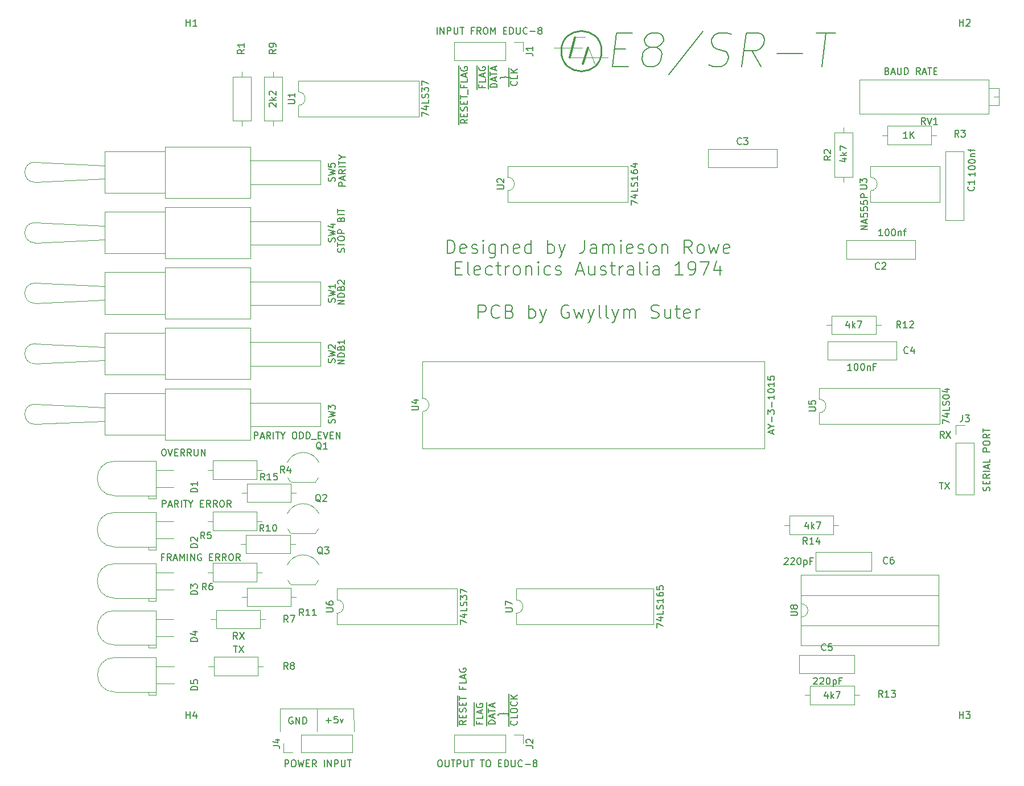
<source format=gbr>
%TF.GenerationSoftware,KiCad,Pcbnew,(6.0.4-0)*%
%TF.CreationDate,2024-05-14T16:24:58+10:00*%
%TF.ProjectId,E8Serial,45385365-7269-4616-9c2e-6b696361645f,rev?*%
%TF.SameCoordinates,Original*%
%TF.FileFunction,Legend,Top*%
%TF.FilePolarity,Positive*%
%FSLAX46Y46*%
G04 Gerber Fmt 4.6, Leading zero omitted, Abs format (unit mm)*
G04 Created by KiCad (PCBNEW (6.0.4-0)) date 2024-05-14 16:24:58*
%MOMM*%
%LPD*%
G01*
G04 APERTURE LIST*
%ADD10C,0.120000*%
%ADD11C,0.150000*%
%ADD12C,0.300000*%
%ADD13C,0.240000*%
G04 APERTURE END LIST*
D10*
X58200000Y-149800000D02*
X68500000Y-149800000D01*
X63700000Y-153200000D02*
X63700000Y-149800000D01*
X58200000Y-153200000D02*
X58200000Y-149800000D01*
X68500000Y-149800000D02*
X69100000Y-149800000D01*
X69100000Y-149800000D02*
X69200000Y-153200000D01*
D11*
X148476190Y-54928571D02*
X148619047Y-54976190D01*
X148666666Y-55023809D01*
X148714285Y-55119047D01*
X148714285Y-55261904D01*
X148666666Y-55357142D01*
X148619047Y-55404761D01*
X148523809Y-55452380D01*
X148142857Y-55452380D01*
X148142857Y-54452380D01*
X148476190Y-54452380D01*
X148571428Y-54500000D01*
X148619047Y-54547619D01*
X148666666Y-54642857D01*
X148666666Y-54738095D01*
X148619047Y-54833333D01*
X148571428Y-54880952D01*
X148476190Y-54928571D01*
X148142857Y-54928571D01*
X149095238Y-55166666D02*
X149571428Y-55166666D01*
X149000000Y-55452380D02*
X149333333Y-54452380D01*
X149666666Y-55452380D01*
X150000000Y-54452380D02*
X150000000Y-55261904D01*
X150047619Y-55357142D01*
X150095238Y-55404761D01*
X150190476Y-55452380D01*
X150380952Y-55452380D01*
X150476190Y-55404761D01*
X150523809Y-55357142D01*
X150571428Y-55261904D01*
X150571428Y-54452380D01*
X151047619Y-55452380D02*
X151047619Y-54452380D01*
X151285714Y-54452380D01*
X151428571Y-54500000D01*
X151523809Y-54595238D01*
X151571428Y-54690476D01*
X151619047Y-54880952D01*
X151619047Y-55023809D01*
X151571428Y-55214285D01*
X151523809Y-55309523D01*
X151428571Y-55404761D01*
X151285714Y-55452380D01*
X151047619Y-55452380D01*
X153380952Y-55452380D02*
X153047619Y-54976190D01*
X152809523Y-55452380D02*
X152809523Y-54452380D01*
X153190476Y-54452380D01*
X153285714Y-54500000D01*
X153333333Y-54547619D01*
X153380952Y-54642857D01*
X153380952Y-54785714D01*
X153333333Y-54880952D01*
X153285714Y-54928571D01*
X153190476Y-54976190D01*
X152809523Y-54976190D01*
X153761904Y-55166666D02*
X154238095Y-55166666D01*
X153666666Y-55452380D02*
X154000000Y-54452380D01*
X154333333Y-55452380D01*
X154523809Y-54452380D02*
X155095238Y-54452380D01*
X154809523Y-55452380D02*
X154809523Y-54452380D01*
X155428571Y-54928571D02*
X155761904Y-54928571D01*
X155904761Y-55452380D02*
X155428571Y-55452380D01*
X155428571Y-54452380D01*
X155904761Y-54452380D01*
X60038095Y-151100000D02*
X59942857Y-151052380D01*
X59800000Y-151052380D01*
X59657142Y-151100000D01*
X59561904Y-151195238D01*
X59514285Y-151290476D01*
X59466666Y-151480952D01*
X59466666Y-151623809D01*
X59514285Y-151814285D01*
X59561904Y-151909523D01*
X59657142Y-152004761D01*
X59800000Y-152052380D01*
X59895238Y-152052380D01*
X60038095Y-152004761D01*
X60085714Y-151957142D01*
X60085714Y-151623809D01*
X59895238Y-151623809D01*
X60514285Y-152052380D02*
X60514285Y-151052380D01*
X61085714Y-152052380D01*
X61085714Y-151052380D01*
X61561904Y-152052380D02*
X61561904Y-151052380D01*
X61800000Y-151052380D01*
X61942857Y-151100000D01*
X62038095Y-151195238D01*
X62085714Y-151290476D01*
X62133333Y-151480952D01*
X62133333Y-151623809D01*
X62085714Y-151814285D01*
X62038095Y-151909523D01*
X61942857Y-152004761D01*
X61800000Y-152052380D01*
X61561904Y-152052380D01*
X81857142Y-157452380D02*
X82047619Y-157452380D01*
X82142857Y-157500000D01*
X82238095Y-157595238D01*
X82285714Y-157785714D01*
X82285714Y-158119047D01*
X82238095Y-158309523D01*
X82142857Y-158404761D01*
X82047619Y-158452380D01*
X81857142Y-158452380D01*
X81761904Y-158404761D01*
X81666666Y-158309523D01*
X81619047Y-158119047D01*
X81619047Y-157785714D01*
X81666666Y-157595238D01*
X81761904Y-157500000D01*
X81857142Y-157452380D01*
X82714285Y-157452380D02*
X82714285Y-158261904D01*
X82761904Y-158357142D01*
X82809523Y-158404761D01*
X82904761Y-158452380D01*
X83095238Y-158452380D01*
X83190476Y-158404761D01*
X83238095Y-158357142D01*
X83285714Y-158261904D01*
X83285714Y-157452380D01*
X83619047Y-157452380D02*
X84190476Y-157452380D01*
X83904761Y-158452380D02*
X83904761Y-157452380D01*
X84523809Y-158452380D02*
X84523809Y-157452380D01*
X84904761Y-157452380D01*
X85000000Y-157500000D01*
X85047619Y-157547619D01*
X85095238Y-157642857D01*
X85095238Y-157785714D01*
X85047619Y-157880952D01*
X85000000Y-157928571D01*
X84904761Y-157976190D01*
X84523809Y-157976190D01*
X85523809Y-157452380D02*
X85523809Y-158261904D01*
X85571428Y-158357142D01*
X85619047Y-158404761D01*
X85714285Y-158452380D01*
X85904761Y-158452380D01*
X86000000Y-158404761D01*
X86047619Y-158357142D01*
X86095238Y-158261904D01*
X86095238Y-157452380D01*
X86428571Y-157452380D02*
X87000000Y-157452380D01*
X86714285Y-158452380D02*
X86714285Y-157452380D01*
X87952380Y-157452380D02*
X88523809Y-157452380D01*
X88238095Y-158452380D02*
X88238095Y-157452380D01*
X89047619Y-157452380D02*
X89238095Y-157452380D01*
X89333333Y-157500000D01*
X89428571Y-157595238D01*
X89476190Y-157785714D01*
X89476190Y-158119047D01*
X89428571Y-158309523D01*
X89333333Y-158404761D01*
X89238095Y-158452380D01*
X89047619Y-158452380D01*
X88952380Y-158404761D01*
X88857142Y-158309523D01*
X88809523Y-158119047D01*
X88809523Y-157785714D01*
X88857142Y-157595238D01*
X88952380Y-157500000D01*
X89047619Y-157452380D01*
X90666666Y-157928571D02*
X91000000Y-157928571D01*
X91142857Y-158452380D02*
X90666666Y-158452380D01*
X90666666Y-157452380D01*
X91142857Y-157452380D01*
X91571428Y-158452380D02*
X91571428Y-157452380D01*
X91809523Y-157452380D01*
X91952380Y-157500000D01*
X92047619Y-157595238D01*
X92095238Y-157690476D01*
X92142857Y-157880952D01*
X92142857Y-158023809D01*
X92095238Y-158214285D01*
X92047619Y-158309523D01*
X91952380Y-158404761D01*
X91809523Y-158452380D01*
X91571428Y-158452380D01*
X92571428Y-157452380D02*
X92571428Y-158261904D01*
X92619047Y-158357142D01*
X92666666Y-158404761D01*
X92761904Y-158452380D01*
X92952380Y-158452380D01*
X93047619Y-158404761D01*
X93095238Y-158357142D01*
X93142857Y-158261904D01*
X93142857Y-157452380D01*
X94190476Y-158357142D02*
X94142857Y-158404761D01*
X94000000Y-158452380D01*
X93904761Y-158452380D01*
X93761904Y-158404761D01*
X93666666Y-158309523D01*
X93619047Y-158214285D01*
X93571428Y-158023809D01*
X93571428Y-157880952D01*
X93619047Y-157690476D01*
X93666666Y-157595238D01*
X93761904Y-157500000D01*
X93904761Y-157452380D01*
X94000000Y-157452380D01*
X94142857Y-157500000D01*
X94190476Y-157547619D01*
X94619047Y-158071428D02*
X95380952Y-158071428D01*
X96000000Y-157880952D02*
X95904761Y-157833333D01*
X95857142Y-157785714D01*
X95809523Y-157690476D01*
X95809523Y-157642857D01*
X95857142Y-157547619D01*
X95904761Y-157500000D01*
X96000000Y-157452380D01*
X96190476Y-157452380D01*
X96285714Y-157500000D01*
X96333333Y-157547619D01*
X96380952Y-157642857D01*
X96380952Y-157690476D01*
X96333333Y-157785714D01*
X96285714Y-157833333D01*
X96190476Y-157880952D01*
X96000000Y-157880952D01*
X95904761Y-157928571D01*
X95857142Y-157976190D01*
X95809523Y-158071428D01*
X95809523Y-158261904D01*
X95857142Y-158357142D01*
X95904761Y-158404761D01*
X96000000Y-158452380D01*
X96190476Y-158452380D01*
X96285714Y-158404761D01*
X96333333Y-158357142D01*
X96380952Y-158261904D01*
X96380952Y-158071428D01*
X96333333Y-157976190D01*
X96285714Y-157928571D01*
X96190476Y-157880952D01*
X92170000Y-57284761D02*
X92170000Y-56284761D01*
X93357142Y-56475238D02*
X93404761Y-56522857D01*
X93452380Y-56665714D01*
X93452380Y-56760952D01*
X93404761Y-56903809D01*
X93309523Y-56999047D01*
X93214285Y-57046666D01*
X93023809Y-57094285D01*
X92880952Y-57094285D01*
X92690476Y-57046666D01*
X92595238Y-56999047D01*
X92500000Y-56903809D01*
X92452380Y-56760952D01*
X92452380Y-56665714D01*
X92500000Y-56522857D01*
X92547619Y-56475238D01*
X92170000Y-56284761D02*
X92170000Y-55475238D01*
X93452380Y-55570476D02*
X93452380Y-56046666D01*
X92452380Y-56046666D01*
X92170000Y-55475238D02*
X92170000Y-54475238D01*
X93452380Y-55237142D02*
X92452380Y-55237142D01*
X93452380Y-54665714D02*
X92880952Y-55094285D01*
X92452380Y-54665714D02*
X93023809Y-55237142D01*
X58892857Y-158452380D02*
X58892857Y-157452380D01*
X59273809Y-157452380D01*
X59369047Y-157500000D01*
X59416666Y-157547619D01*
X59464285Y-157642857D01*
X59464285Y-157785714D01*
X59416666Y-157880952D01*
X59369047Y-157928571D01*
X59273809Y-157976190D01*
X58892857Y-157976190D01*
X60083333Y-157452380D02*
X60273809Y-157452380D01*
X60369047Y-157500000D01*
X60464285Y-157595238D01*
X60511904Y-157785714D01*
X60511904Y-158119047D01*
X60464285Y-158309523D01*
X60369047Y-158404761D01*
X60273809Y-158452380D01*
X60083333Y-158452380D01*
X59988095Y-158404761D01*
X59892857Y-158309523D01*
X59845238Y-158119047D01*
X59845238Y-157785714D01*
X59892857Y-157595238D01*
X59988095Y-157500000D01*
X60083333Y-157452380D01*
X60845238Y-157452380D02*
X61083333Y-158452380D01*
X61273809Y-157738095D01*
X61464285Y-158452380D01*
X61702380Y-157452380D01*
X62083333Y-157928571D02*
X62416666Y-157928571D01*
X62559523Y-158452380D02*
X62083333Y-158452380D01*
X62083333Y-157452380D01*
X62559523Y-157452380D01*
X63559523Y-158452380D02*
X63226190Y-157976190D01*
X62988095Y-158452380D02*
X62988095Y-157452380D01*
X63369047Y-157452380D01*
X63464285Y-157500000D01*
X63511904Y-157547619D01*
X63559523Y-157642857D01*
X63559523Y-157785714D01*
X63511904Y-157880952D01*
X63464285Y-157928571D01*
X63369047Y-157976190D01*
X62988095Y-157976190D01*
X64750000Y-158452380D02*
X64750000Y-157452380D01*
X65226190Y-158452380D02*
X65226190Y-157452380D01*
X65797619Y-158452380D01*
X65797619Y-157452380D01*
X66273809Y-158452380D02*
X66273809Y-157452380D01*
X66654761Y-157452380D01*
X66750000Y-157500000D01*
X66797619Y-157547619D01*
X66845238Y-157642857D01*
X66845238Y-157785714D01*
X66797619Y-157880952D01*
X66750000Y-157928571D01*
X66654761Y-157976190D01*
X66273809Y-157976190D01*
X67273809Y-157452380D02*
X67273809Y-158261904D01*
X67321428Y-158357142D01*
X67369047Y-158404761D01*
X67464285Y-158452380D01*
X67654761Y-158452380D01*
X67750000Y-158404761D01*
X67797619Y-158357142D01*
X67845238Y-158261904D01*
X67845238Y-157452380D01*
X68178571Y-157452380D02*
X68750000Y-157452380D01*
X68464285Y-158452380D02*
X68464285Y-157452380D01*
X65011904Y-151571428D02*
X65773809Y-151571428D01*
X65392857Y-151952380D02*
X65392857Y-151190476D01*
X66726190Y-150952380D02*
X66250000Y-150952380D01*
X66202380Y-151428571D01*
X66250000Y-151380952D01*
X66345238Y-151333333D01*
X66583333Y-151333333D01*
X66678571Y-151380952D01*
X66726190Y-151428571D01*
X66773809Y-151523809D01*
X66773809Y-151761904D01*
X66726190Y-151857142D01*
X66678571Y-151904761D01*
X66583333Y-151952380D01*
X66345238Y-151952380D01*
X66250000Y-151904761D01*
X66202380Y-151857142D01*
X67107142Y-151285714D02*
X67345238Y-151952380D01*
X67583333Y-151285714D01*
X84768000Y-62951761D02*
X84768000Y-61951761D01*
X86050380Y-62142238D02*
X85574190Y-62475571D01*
X86050380Y-62713666D02*
X85050380Y-62713666D01*
X85050380Y-62332714D01*
X85098000Y-62237476D01*
X85145619Y-62189857D01*
X85240857Y-62142238D01*
X85383714Y-62142238D01*
X85478952Y-62189857D01*
X85526571Y-62237476D01*
X85574190Y-62332714D01*
X85574190Y-62713666D01*
X84768000Y-61951761D02*
X84768000Y-61047000D01*
X85526571Y-61713666D02*
X85526571Y-61380333D01*
X86050380Y-61237476D02*
X86050380Y-61713666D01*
X85050380Y-61713666D01*
X85050380Y-61237476D01*
X84768000Y-61047000D02*
X84768000Y-60094619D01*
X86002761Y-60856523D02*
X86050380Y-60713666D01*
X86050380Y-60475571D01*
X86002761Y-60380333D01*
X85955142Y-60332714D01*
X85859904Y-60285095D01*
X85764666Y-60285095D01*
X85669428Y-60332714D01*
X85621809Y-60380333D01*
X85574190Y-60475571D01*
X85526571Y-60666047D01*
X85478952Y-60761285D01*
X85431333Y-60808904D01*
X85336095Y-60856523D01*
X85240857Y-60856523D01*
X85145619Y-60808904D01*
X85098000Y-60761285D01*
X85050380Y-60666047D01*
X85050380Y-60427952D01*
X85098000Y-60285095D01*
X84768000Y-60094619D02*
X84768000Y-59189857D01*
X85526571Y-59856523D02*
X85526571Y-59523190D01*
X86050380Y-59380333D02*
X86050380Y-59856523D01*
X85050380Y-59856523D01*
X85050380Y-59380333D01*
X84768000Y-59189857D02*
X84768000Y-58427952D01*
X85050380Y-59094619D02*
X85050380Y-58523190D01*
X86050380Y-58808904D02*
X85050380Y-58808904D01*
X84768000Y-58427952D02*
X84768000Y-57666047D01*
X86145619Y-58427952D02*
X86145619Y-57666047D01*
X84768000Y-57666047D02*
X84768000Y-56808904D01*
X85526571Y-57094619D02*
X85526571Y-57427952D01*
X86050380Y-57427952D02*
X85050380Y-57427952D01*
X85050380Y-56951761D01*
X84768000Y-56808904D02*
X84768000Y-55999380D01*
X86050380Y-56094619D02*
X86050380Y-56570809D01*
X85050380Y-56570809D01*
X84768000Y-55999380D02*
X84768000Y-55142238D01*
X85764666Y-55808904D02*
X85764666Y-55332714D01*
X86050380Y-55904142D02*
X85050380Y-55570809D01*
X86050380Y-55237476D01*
X84768000Y-55142238D02*
X84768000Y-54142238D01*
X85098000Y-54380333D02*
X85050380Y-54475571D01*
X85050380Y-54618428D01*
X85098000Y-54761285D01*
X85193238Y-54856523D01*
X85288476Y-54904142D01*
X85478952Y-54951761D01*
X85621809Y-54951761D01*
X85812285Y-54904142D01*
X85907523Y-54856523D01*
X86002761Y-54761285D01*
X86050380Y-54618428D01*
X86050380Y-54523190D01*
X86002761Y-54380333D01*
X85955142Y-54332714D01*
X85621809Y-54332714D01*
X85621809Y-54523190D01*
X81514285Y-49452380D02*
X81514285Y-48452380D01*
X81990476Y-49452380D02*
X81990476Y-48452380D01*
X82561904Y-49452380D01*
X82561904Y-48452380D01*
X83038095Y-49452380D02*
X83038095Y-48452380D01*
X83419047Y-48452380D01*
X83514285Y-48500000D01*
X83561904Y-48547619D01*
X83609523Y-48642857D01*
X83609523Y-48785714D01*
X83561904Y-48880952D01*
X83514285Y-48928571D01*
X83419047Y-48976190D01*
X83038095Y-48976190D01*
X84038095Y-48452380D02*
X84038095Y-49261904D01*
X84085714Y-49357142D01*
X84133333Y-49404761D01*
X84228571Y-49452380D01*
X84419047Y-49452380D01*
X84514285Y-49404761D01*
X84561904Y-49357142D01*
X84609523Y-49261904D01*
X84609523Y-48452380D01*
X84942857Y-48452380D02*
X85514285Y-48452380D01*
X85228571Y-49452380D02*
X85228571Y-48452380D01*
X86942857Y-48928571D02*
X86609523Y-48928571D01*
X86609523Y-49452380D02*
X86609523Y-48452380D01*
X87085714Y-48452380D01*
X88038095Y-49452380D02*
X87704761Y-48976190D01*
X87466666Y-49452380D02*
X87466666Y-48452380D01*
X87847619Y-48452380D01*
X87942857Y-48500000D01*
X87990476Y-48547619D01*
X88038095Y-48642857D01*
X88038095Y-48785714D01*
X87990476Y-48880952D01*
X87942857Y-48928571D01*
X87847619Y-48976190D01*
X87466666Y-48976190D01*
X88657142Y-48452380D02*
X88847619Y-48452380D01*
X88942857Y-48500000D01*
X89038095Y-48595238D01*
X89085714Y-48785714D01*
X89085714Y-49119047D01*
X89038095Y-49309523D01*
X88942857Y-49404761D01*
X88847619Y-49452380D01*
X88657142Y-49452380D01*
X88561904Y-49404761D01*
X88466666Y-49309523D01*
X88419047Y-49119047D01*
X88419047Y-48785714D01*
X88466666Y-48595238D01*
X88561904Y-48500000D01*
X88657142Y-48452380D01*
X89514285Y-49452380D02*
X89514285Y-48452380D01*
X89847619Y-49166666D01*
X90180952Y-48452380D01*
X90180952Y-49452380D01*
X91419047Y-48928571D02*
X91752380Y-48928571D01*
X91895238Y-49452380D02*
X91419047Y-49452380D01*
X91419047Y-48452380D01*
X91895238Y-48452380D01*
X92323809Y-49452380D02*
X92323809Y-48452380D01*
X92561904Y-48452380D01*
X92704761Y-48500000D01*
X92800000Y-48595238D01*
X92847619Y-48690476D01*
X92895238Y-48880952D01*
X92895238Y-49023809D01*
X92847619Y-49214285D01*
X92800000Y-49309523D01*
X92704761Y-49404761D01*
X92561904Y-49452380D01*
X92323809Y-49452380D01*
X93323809Y-48452380D02*
X93323809Y-49261904D01*
X93371428Y-49357142D01*
X93419047Y-49404761D01*
X93514285Y-49452380D01*
X93704761Y-49452380D01*
X93800000Y-49404761D01*
X93847619Y-49357142D01*
X93895238Y-49261904D01*
X93895238Y-48452380D01*
X94942857Y-49357142D02*
X94895238Y-49404761D01*
X94752380Y-49452380D01*
X94657142Y-49452380D01*
X94514285Y-49404761D01*
X94419047Y-49309523D01*
X94371428Y-49214285D01*
X94323809Y-49023809D01*
X94323809Y-48880952D01*
X94371428Y-48690476D01*
X94419047Y-48595238D01*
X94514285Y-48500000D01*
X94657142Y-48452380D01*
X94752380Y-48452380D01*
X94895238Y-48500000D01*
X94942857Y-48547619D01*
X95371428Y-49071428D02*
X96133333Y-49071428D01*
X96752380Y-48880952D02*
X96657142Y-48833333D01*
X96609523Y-48785714D01*
X96561904Y-48690476D01*
X96561904Y-48642857D01*
X96609523Y-48547619D01*
X96657142Y-48500000D01*
X96752380Y-48452380D01*
X96942857Y-48452380D01*
X97038095Y-48500000D01*
X97085714Y-48547619D01*
X97133333Y-48642857D01*
X97133333Y-48690476D01*
X97085714Y-48785714D01*
X97038095Y-48833333D01*
X96942857Y-48880952D01*
X96752380Y-48880952D01*
X96657142Y-48928571D01*
X96609523Y-48976190D01*
X96561904Y-49071428D01*
X96561904Y-49261904D01*
X96609523Y-49357142D01*
X96657142Y-49404761D01*
X96752380Y-49452380D01*
X96942857Y-49452380D01*
X97038095Y-49404761D01*
X97085714Y-49357142D01*
X97133333Y-49261904D01*
X97133333Y-49071428D01*
X97085714Y-48976190D01*
X97038095Y-48928571D01*
X96942857Y-48880952D01*
X83047619Y-82074761D02*
X83047619Y-80074761D01*
X83523809Y-80074761D01*
X83809523Y-80170000D01*
X84000000Y-80360476D01*
X84095238Y-80550952D01*
X84190476Y-80931904D01*
X84190476Y-81217619D01*
X84095238Y-81598571D01*
X84000000Y-81789047D01*
X83809523Y-81979523D01*
X83523809Y-82074761D01*
X83047619Y-82074761D01*
X85809523Y-81979523D02*
X85619047Y-82074761D01*
X85238095Y-82074761D01*
X85047619Y-81979523D01*
X84952380Y-81789047D01*
X84952380Y-81027142D01*
X85047619Y-80836666D01*
X85238095Y-80741428D01*
X85619047Y-80741428D01*
X85809523Y-80836666D01*
X85904761Y-81027142D01*
X85904761Y-81217619D01*
X84952380Y-81408095D01*
X86666666Y-81979523D02*
X86857142Y-82074761D01*
X87238095Y-82074761D01*
X87428571Y-81979523D01*
X87523809Y-81789047D01*
X87523809Y-81693809D01*
X87428571Y-81503333D01*
X87238095Y-81408095D01*
X86952380Y-81408095D01*
X86761904Y-81312857D01*
X86666666Y-81122380D01*
X86666666Y-81027142D01*
X86761904Y-80836666D01*
X86952380Y-80741428D01*
X87238095Y-80741428D01*
X87428571Y-80836666D01*
X88380952Y-82074761D02*
X88380952Y-80741428D01*
X88380952Y-80074761D02*
X88285714Y-80170000D01*
X88380952Y-80265238D01*
X88476190Y-80170000D01*
X88380952Y-80074761D01*
X88380952Y-80265238D01*
X90190476Y-80741428D02*
X90190476Y-82360476D01*
X90095238Y-82550952D01*
X90000000Y-82646190D01*
X89809523Y-82741428D01*
X89523809Y-82741428D01*
X89333333Y-82646190D01*
X90190476Y-81979523D02*
X90000000Y-82074761D01*
X89619047Y-82074761D01*
X89428571Y-81979523D01*
X89333333Y-81884285D01*
X89238095Y-81693809D01*
X89238095Y-81122380D01*
X89333333Y-80931904D01*
X89428571Y-80836666D01*
X89619047Y-80741428D01*
X90000000Y-80741428D01*
X90190476Y-80836666D01*
X91142857Y-80741428D02*
X91142857Y-82074761D01*
X91142857Y-80931904D02*
X91238095Y-80836666D01*
X91428571Y-80741428D01*
X91714285Y-80741428D01*
X91904761Y-80836666D01*
X92000000Y-81027142D01*
X92000000Y-82074761D01*
X93714285Y-81979523D02*
X93523809Y-82074761D01*
X93142857Y-82074761D01*
X92952380Y-81979523D01*
X92857142Y-81789047D01*
X92857142Y-81027142D01*
X92952380Y-80836666D01*
X93142857Y-80741428D01*
X93523809Y-80741428D01*
X93714285Y-80836666D01*
X93809523Y-81027142D01*
X93809523Y-81217619D01*
X92857142Y-81408095D01*
X95523809Y-82074761D02*
X95523809Y-80074761D01*
X95523809Y-81979523D02*
X95333333Y-82074761D01*
X94952380Y-82074761D01*
X94761904Y-81979523D01*
X94666666Y-81884285D01*
X94571428Y-81693809D01*
X94571428Y-81122380D01*
X94666666Y-80931904D01*
X94761904Y-80836666D01*
X94952380Y-80741428D01*
X95333333Y-80741428D01*
X95523809Y-80836666D01*
X98000000Y-82074761D02*
X98000000Y-80074761D01*
X98000000Y-80836666D02*
X98190476Y-80741428D01*
X98571428Y-80741428D01*
X98761904Y-80836666D01*
X98857142Y-80931904D01*
X98952380Y-81122380D01*
X98952380Y-81693809D01*
X98857142Y-81884285D01*
X98761904Y-81979523D01*
X98571428Y-82074761D01*
X98190476Y-82074761D01*
X98000000Y-81979523D01*
X99619047Y-80741428D02*
X100095238Y-82074761D01*
X100571428Y-80741428D02*
X100095238Y-82074761D01*
X99904761Y-82550952D01*
X99809523Y-82646190D01*
X99619047Y-82741428D01*
X103428571Y-80074761D02*
X103428571Y-81503333D01*
X103333333Y-81789047D01*
X103142857Y-81979523D01*
X102857142Y-82074761D01*
X102666666Y-82074761D01*
X105238095Y-82074761D02*
X105238095Y-81027142D01*
X105142857Y-80836666D01*
X104952380Y-80741428D01*
X104571428Y-80741428D01*
X104380952Y-80836666D01*
X105238095Y-81979523D02*
X105047619Y-82074761D01*
X104571428Y-82074761D01*
X104380952Y-81979523D01*
X104285714Y-81789047D01*
X104285714Y-81598571D01*
X104380952Y-81408095D01*
X104571428Y-81312857D01*
X105047619Y-81312857D01*
X105238095Y-81217619D01*
X106190476Y-82074761D02*
X106190476Y-80741428D01*
X106190476Y-80931904D02*
X106285714Y-80836666D01*
X106476190Y-80741428D01*
X106761904Y-80741428D01*
X106952380Y-80836666D01*
X107047619Y-81027142D01*
X107047619Y-82074761D01*
X107047619Y-81027142D02*
X107142857Y-80836666D01*
X107333333Y-80741428D01*
X107619047Y-80741428D01*
X107809523Y-80836666D01*
X107904761Y-81027142D01*
X107904761Y-82074761D01*
X108857142Y-82074761D02*
X108857142Y-80741428D01*
X108857142Y-80074761D02*
X108761904Y-80170000D01*
X108857142Y-80265238D01*
X108952380Y-80170000D01*
X108857142Y-80074761D01*
X108857142Y-80265238D01*
X110571428Y-81979523D02*
X110380952Y-82074761D01*
X110000000Y-82074761D01*
X109809523Y-81979523D01*
X109714285Y-81789047D01*
X109714285Y-81027142D01*
X109809523Y-80836666D01*
X110000000Y-80741428D01*
X110380952Y-80741428D01*
X110571428Y-80836666D01*
X110666666Y-81027142D01*
X110666666Y-81217619D01*
X109714285Y-81408095D01*
X111428571Y-81979523D02*
X111619047Y-82074761D01*
X112000000Y-82074761D01*
X112190476Y-81979523D01*
X112285714Y-81789047D01*
X112285714Y-81693809D01*
X112190476Y-81503333D01*
X112000000Y-81408095D01*
X111714285Y-81408095D01*
X111523809Y-81312857D01*
X111428571Y-81122380D01*
X111428571Y-81027142D01*
X111523809Y-80836666D01*
X111714285Y-80741428D01*
X112000000Y-80741428D01*
X112190476Y-80836666D01*
X113428571Y-82074761D02*
X113238095Y-81979523D01*
X113142857Y-81884285D01*
X113047619Y-81693809D01*
X113047619Y-81122380D01*
X113142857Y-80931904D01*
X113238095Y-80836666D01*
X113428571Y-80741428D01*
X113714285Y-80741428D01*
X113904761Y-80836666D01*
X114000000Y-80931904D01*
X114095238Y-81122380D01*
X114095238Y-81693809D01*
X114000000Y-81884285D01*
X113904761Y-81979523D01*
X113714285Y-82074761D01*
X113428571Y-82074761D01*
X114952380Y-80741428D02*
X114952380Y-82074761D01*
X114952380Y-80931904D02*
X115047619Y-80836666D01*
X115238095Y-80741428D01*
X115523809Y-80741428D01*
X115714285Y-80836666D01*
X115809523Y-81027142D01*
X115809523Y-82074761D01*
X119428571Y-82074761D02*
X118761904Y-81122380D01*
X118285714Y-82074761D02*
X118285714Y-80074761D01*
X119047619Y-80074761D01*
X119238095Y-80170000D01*
X119333333Y-80265238D01*
X119428571Y-80455714D01*
X119428571Y-80741428D01*
X119333333Y-80931904D01*
X119238095Y-81027142D01*
X119047619Y-81122380D01*
X118285714Y-81122380D01*
X120571428Y-82074761D02*
X120380952Y-81979523D01*
X120285714Y-81884285D01*
X120190476Y-81693809D01*
X120190476Y-81122380D01*
X120285714Y-80931904D01*
X120380952Y-80836666D01*
X120571428Y-80741428D01*
X120857142Y-80741428D01*
X121047619Y-80836666D01*
X121142857Y-80931904D01*
X121238095Y-81122380D01*
X121238095Y-81693809D01*
X121142857Y-81884285D01*
X121047619Y-81979523D01*
X120857142Y-82074761D01*
X120571428Y-82074761D01*
X121904761Y-80741428D02*
X122285714Y-82074761D01*
X122666666Y-81122380D01*
X123047619Y-82074761D01*
X123428571Y-80741428D01*
X124952380Y-81979523D02*
X124761904Y-82074761D01*
X124380952Y-82074761D01*
X124190476Y-81979523D01*
X124095238Y-81789047D01*
X124095238Y-81027142D01*
X124190476Y-80836666D01*
X124380952Y-80741428D01*
X124761904Y-80741428D01*
X124952380Y-80836666D01*
X125047619Y-81027142D01*
X125047619Y-81217619D01*
X124095238Y-81408095D01*
X84285714Y-84247142D02*
X84952380Y-84247142D01*
X85238095Y-85294761D02*
X84285714Y-85294761D01*
X84285714Y-83294761D01*
X85238095Y-83294761D01*
X86380952Y-85294761D02*
X86190476Y-85199523D01*
X86095238Y-85009047D01*
X86095238Y-83294761D01*
X87904761Y-85199523D02*
X87714285Y-85294761D01*
X87333333Y-85294761D01*
X87142857Y-85199523D01*
X87047619Y-85009047D01*
X87047619Y-84247142D01*
X87142857Y-84056666D01*
X87333333Y-83961428D01*
X87714285Y-83961428D01*
X87904761Y-84056666D01*
X88000000Y-84247142D01*
X88000000Y-84437619D01*
X87047619Y-84628095D01*
X89714285Y-85199523D02*
X89523809Y-85294761D01*
X89142857Y-85294761D01*
X88952380Y-85199523D01*
X88857142Y-85104285D01*
X88761904Y-84913809D01*
X88761904Y-84342380D01*
X88857142Y-84151904D01*
X88952380Y-84056666D01*
X89142857Y-83961428D01*
X89523809Y-83961428D01*
X89714285Y-84056666D01*
X90285714Y-83961428D02*
X91047619Y-83961428D01*
X90571428Y-83294761D02*
X90571428Y-85009047D01*
X90666666Y-85199523D01*
X90857142Y-85294761D01*
X91047619Y-85294761D01*
X91714285Y-85294761D02*
X91714285Y-83961428D01*
X91714285Y-84342380D02*
X91809523Y-84151904D01*
X91904761Y-84056666D01*
X92095238Y-83961428D01*
X92285714Y-83961428D01*
X93238095Y-85294761D02*
X93047619Y-85199523D01*
X92952380Y-85104285D01*
X92857142Y-84913809D01*
X92857142Y-84342380D01*
X92952380Y-84151904D01*
X93047619Y-84056666D01*
X93238095Y-83961428D01*
X93523809Y-83961428D01*
X93714285Y-84056666D01*
X93809523Y-84151904D01*
X93904761Y-84342380D01*
X93904761Y-84913809D01*
X93809523Y-85104285D01*
X93714285Y-85199523D01*
X93523809Y-85294761D01*
X93238095Y-85294761D01*
X94761904Y-83961428D02*
X94761904Y-85294761D01*
X94761904Y-84151904D02*
X94857142Y-84056666D01*
X95047619Y-83961428D01*
X95333333Y-83961428D01*
X95523809Y-84056666D01*
X95619047Y-84247142D01*
X95619047Y-85294761D01*
X96571428Y-85294761D02*
X96571428Y-83961428D01*
X96571428Y-83294761D02*
X96476190Y-83390000D01*
X96571428Y-83485238D01*
X96666666Y-83390000D01*
X96571428Y-83294761D01*
X96571428Y-83485238D01*
X98380952Y-85199523D02*
X98190476Y-85294761D01*
X97809523Y-85294761D01*
X97619047Y-85199523D01*
X97523809Y-85104285D01*
X97428571Y-84913809D01*
X97428571Y-84342380D01*
X97523809Y-84151904D01*
X97619047Y-84056666D01*
X97809523Y-83961428D01*
X98190476Y-83961428D01*
X98380952Y-84056666D01*
X99142857Y-85199523D02*
X99333333Y-85294761D01*
X99714285Y-85294761D01*
X99904761Y-85199523D01*
X100000000Y-85009047D01*
X100000000Y-84913809D01*
X99904761Y-84723333D01*
X99714285Y-84628095D01*
X99428571Y-84628095D01*
X99238095Y-84532857D01*
X99142857Y-84342380D01*
X99142857Y-84247142D01*
X99238095Y-84056666D01*
X99428571Y-83961428D01*
X99714285Y-83961428D01*
X99904761Y-84056666D01*
X102285714Y-84723333D02*
X103238095Y-84723333D01*
X102095238Y-85294761D02*
X102761904Y-83294761D01*
X103428571Y-85294761D01*
X104952380Y-83961428D02*
X104952380Y-85294761D01*
X104095238Y-83961428D02*
X104095238Y-85009047D01*
X104190476Y-85199523D01*
X104380952Y-85294761D01*
X104666666Y-85294761D01*
X104857142Y-85199523D01*
X104952380Y-85104285D01*
X105809523Y-85199523D02*
X106000000Y-85294761D01*
X106380952Y-85294761D01*
X106571428Y-85199523D01*
X106666666Y-85009047D01*
X106666666Y-84913809D01*
X106571428Y-84723333D01*
X106380952Y-84628095D01*
X106095238Y-84628095D01*
X105904761Y-84532857D01*
X105809523Y-84342380D01*
X105809523Y-84247142D01*
X105904761Y-84056666D01*
X106095238Y-83961428D01*
X106380952Y-83961428D01*
X106571428Y-84056666D01*
X107238095Y-83961428D02*
X108000000Y-83961428D01*
X107523809Y-83294761D02*
X107523809Y-85009047D01*
X107619047Y-85199523D01*
X107809523Y-85294761D01*
X108000000Y-85294761D01*
X108666666Y-85294761D02*
X108666666Y-83961428D01*
X108666666Y-84342380D02*
X108761904Y-84151904D01*
X108857142Y-84056666D01*
X109047619Y-83961428D01*
X109238095Y-83961428D01*
X110761904Y-85294761D02*
X110761904Y-84247142D01*
X110666666Y-84056666D01*
X110476190Y-83961428D01*
X110095238Y-83961428D01*
X109904761Y-84056666D01*
X110761904Y-85199523D02*
X110571428Y-85294761D01*
X110095238Y-85294761D01*
X109904761Y-85199523D01*
X109809523Y-85009047D01*
X109809523Y-84818571D01*
X109904761Y-84628095D01*
X110095238Y-84532857D01*
X110571428Y-84532857D01*
X110761904Y-84437619D01*
X112000000Y-85294761D02*
X111809523Y-85199523D01*
X111714285Y-85009047D01*
X111714285Y-83294761D01*
X112761904Y-85294761D02*
X112761904Y-83961428D01*
X112761904Y-83294761D02*
X112666666Y-83390000D01*
X112761904Y-83485238D01*
X112857142Y-83390000D01*
X112761904Y-83294761D01*
X112761904Y-83485238D01*
X114571428Y-85294761D02*
X114571428Y-84247142D01*
X114476190Y-84056666D01*
X114285714Y-83961428D01*
X113904761Y-83961428D01*
X113714285Y-84056666D01*
X114571428Y-85199523D02*
X114380952Y-85294761D01*
X113904761Y-85294761D01*
X113714285Y-85199523D01*
X113619047Y-85009047D01*
X113619047Y-84818571D01*
X113714285Y-84628095D01*
X113904761Y-84532857D01*
X114380952Y-84532857D01*
X114571428Y-84437619D01*
X118095238Y-85294761D02*
X116952380Y-85294761D01*
X117523809Y-85294761D02*
X117523809Y-83294761D01*
X117333333Y-83580476D01*
X117142857Y-83770952D01*
X116952380Y-83866190D01*
X119047619Y-85294761D02*
X119428571Y-85294761D01*
X119619047Y-85199523D01*
X119714285Y-85104285D01*
X119904761Y-84818571D01*
X120000000Y-84437619D01*
X120000000Y-83675714D01*
X119904761Y-83485238D01*
X119809523Y-83390000D01*
X119619047Y-83294761D01*
X119238095Y-83294761D01*
X119047619Y-83390000D01*
X118952380Y-83485238D01*
X118857142Y-83675714D01*
X118857142Y-84151904D01*
X118952380Y-84342380D01*
X119047619Y-84437619D01*
X119238095Y-84532857D01*
X119619047Y-84532857D01*
X119809523Y-84437619D01*
X119904761Y-84342380D01*
X120000000Y-84151904D01*
X120666666Y-83294761D02*
X122000000Y-83294761D01*
X121142857Y-85294761D01*
X123619047Y-83961428D02*
X123619047Y-85294761D01*
X123142857Y-83199523D02*
X122666666Y-84628095D01*
X123904761Y-84628095D01*
X87666666Y-91734761D02*
X87666666Y-89734761D01*
X88428571Y-89734761D01*
X88619047Y-89830000D01*
X88714285Y-89925238D01*
X88809523Y-90115714D01*
X88809523Y-90401428D01*
X88714285Y-90591904D01*
X88619047Y-90687142D01*
X88428571Y-90782380D01*
X87666666Y-90782380D01*
X90809523Y-91544285D02*
X90714285Y-91639523D01*
X90428571Y-91734761D01*
X90238095Y-91734761D01*
X89952380Y-91639523D01*
X89761904Y-91449047D01*
X89666666Y-91258571D01*
X89571428Y-90877619D01*
X89571428Y-90591904D01*
X89666666Y-90210952D01*
X89761904Y-90020476D01*
X89952380Y-89830000D01*
X90238095Y-89734761D01*
X90428571Y-89734761D01*
X90714285Y-89830000D01*
X90809523Y-89925238D01*
X92333333Y-90687142D02*
X92619047Y-90782380D01*
X92714285Y-90877619D01*
X92809523Y-91068095D01*
X92809523Y-91353809D01*
X92714285Y-91544285D01*
X92619047Y-91639523D01*
X92428571Y-91734761D01*
X91666666Y-91734761D01*
X91666666Y-89734761D01*
X92333333Y-89734761D01*
X92523809Y-89830000D01*
X92619047Y-89925238D01*
X92714285Y-90115714D01*
X92714285Y-90306190D01*
X92619047Y-90496666D01*
X92523809Y-90591904D01*
X92333333Y-90687142D01*
X91666666Y-90687142D01*
X95190476Y-91734761D02*
X95190476Y-89734761D01*
X95190476Y-90496666D02*
X95380952Y-90401428D01*
X95761904Y-90401428D01*
X95952380Y-90496666D01*
X96047619Y-90591904D01*
X96142857Y-90782380D01*
X96142857Y-91353809D01*
X96047619Y-91544285D01*
X95952380Y-91639523D01*
X95761904Y-91734761D01*
X95380952Y-91734761D01*
X95190476Y-91639523D01*
X96809523Y-90401428D02*
X97285714Y-91734761D01*
X97761904Y-90401428D02*
X97285714Y-91734761D01*
X97095238Y-92210952D01*
X97000000Y-92306190D01*
X96809523Y-92401428D01*
X101095238Y-89830000D02*
X100904761Y-89734761D01*
X100619047Y-89734761D01*
X100333333Y-89830000D01*
X100142857Y-90020476D01*
X100047619Y-90210952D01*
X99952380Y-90591904D01*
X99952380Y-90877619D01*
X100047619Y-91258571D01*
X100142857Y-91449047D01*
X100333333Y-91639523D01*
X100619047Y-91734761D01*
X100809523Y-91734761D01*
X101095238Y-91639523D01*
X101190476Y-91544285D01*
X101190476Y-90877619D01*
X100809523Y-90877619D01*
X101857142Y-90401428D02*
X102238095Y-91734761D01*
X102619047Y-90782380D01*
X103000000Y-91734761D01*
X103380952Y-90401428D01*
X103952380Y-90401428D02*
X104428571Y-91734761D01*
X104904761Y-90401428D02*
X104428571Y-91734761D01*
X104238095Y-92210952D01*
X104142857Y-92306190D01*
X103952380Y-92401428D01*
X105952380Y-91734761D02*
X105761904Y-91639523D01*
X105666666Y-91449047D01*
X105666666Y-89734761D01*
X107000000Y-91734761D02*
X106809523Y-91639523D01*
X106714285Y-91449047D01*
X106714285Y-89734761D01*
X107571428Y-90401428D02*
X108047619Y-91734761D01*
X108523809Y-90401428D02*
X108047619Y-91734761D01*
X107857142Y-92210952D01*
X107761904Y-92306190D01*
X107571428Y-92401428D01*
X109285714Y-91734761D02*
X109285714Y-90401428D01*
X109285714Y-90591904D02*
X109380952Y-90496666D01*
X109571428Y-90401428D01*
X109857142Y-90401428D01*
X110047619Y-90496666D01*
X110142857Y-90687142D01*
X110142857Y-91734761D01*
X110142857Y-90687142D02*
X110238095Y-90496666D01*
X110428571Y-90401428D01*
X110714285Y-90401428D01*
X110904761Y-90496666D01*
X111000000Y-90687142D01*
X111000000Y-91734761D01*
X113380952Y-91639523D02*
X113666666Y-91734761D01*
X114142857Y-91734761D01*
X114333333Y-91639523D01*
X114428571Y-91544285D01*
X114523809Y-91353809D01*
X114523809Y-91163333D01*
X114428571Y-90972857D01*
X114333333Y-90877619D01*
X114142857Y-90782380D01*
X113761904Y-90687142D01*
X113571428Y-90591904D01*
X113476190Y-90496666D01*
X113380952Y-90306190D01*
X113380952Y-90115714D01*
X113476190Y-89925238D01*
X113571428Y-89830000D01*
X113761904Y-89734761D01*
X114238095Y-89734761D01*
X114523809Y-89830000D01*
X116238095Y-90401428D02*
X116238095Y-91734761D01*
X115380952Y-90401428D02*
X115380952Y-91449047D01*
X115476190Y-91639523D01*
X115666666Y-91734761D01*
X115952380Y-91734761D01*
X116142857Y-91639523D01*
X116238095Y-91544285D01*
X116904761Y-90401428D02*
X117666666Y-90401428D01*
X117190476Y-89734761D02*
X117190476Y-91449047D01*
X117285714Y-91639523D01*
X117476190Y-91734761D01*
X117666666Y-91734761D01*
X119095238Y-91639523D02*
X118904761Y-91734761D01*
X118523809Y-91734761D01*
X118333333Y-91639523D01*
X118238095Y-91449047D01*
X118238095Y-90687142D01*
X118333333Y-90496666D01*
X118523809Y-90401428D01*
X118904761Y-90401428D01*
X119095238Y-90496666D01*
X119190476Y-90687142D01*
X119190476Y-90877619D01*
X118238095Y-91068095D01*
X120047619Y-91734761D02*
X120047619Y-90401428D01*
X120047619Y-90782380D02*
X120142857Y-90591904D01*
X120238095Y-90496666D01*
X120428571Y-90401428D01*
X120619047Y-90401428D01*
X88865000Y-152338095D02*
X88865000Y-151338095D01*
X90147380Y-152100000D02*
X89147380Y-152100000D01*
X89147380Y-151861904D01*
X89195000Y-151719047D01*
X89290238Y-151623809D01*
X89385476Y-151576190D01*
X89575952Y-151528571D01*
X89718809Y-151528571D01*
X89909285Y-151576190D01*
X90004523Y-151623809D01*
X90099761Y-151719047D01*
X90147380Y-151861904D01*
X90147380Y-152100000D01*
X88865000Y-151338095D02*
X88865000Y-150480952D01*
X89861666Y-151147619D02*
X89861666Y-150671428D01*
X90147380Y-151242857D02*
X89147380Y-150909523D01*
X90147380Y-150576190D01*
X88865000Y-150480952D02*
X88865000Y-149719047D01*
X89147380Y-150385714D02*
X89147380Y-149814285D01*
X90147380Y-150100000D02*
X89147380Y-150100000D01*
X88865000Y-149719047D02*
X88865000Y-148861904D01*
X89861666Y-149528571D02*
X89861666Y-149052380D01*
X90147380Y-149623809D02*
X89147380Y-149290476D01*
X90147380Y-148957142D01*
X92138333Y-150790476D02*
X92138333Y-150742857D01*
X92090714Y-150647619D01*
X91995476Y-150600000D01*
X91519285Y-150600000D01*
X91424047Y-150552380D01*
X91376428Y-150457142D01*
X91328809Y-150552380D01*
X91233571Y-150600000D01*
X90757380Y-150600000D01*
X90662142Y-150647619D01*
X90614523Y-150742857D01*
X90614523Y-150790476D01*
X87070000Y-152361904D02*
X87070000Y-151504761D01*
X87828571Y-151790476D02*
X87828571Y-152123809D01*
X88352380Y-152123809D02*
X87352380Y-152123809D01*
X87352380Y-151647619D01*
X87070000Y-151504761D02*
X87070000Y-150695238D01*
X88352380Y-150790476D02*
X88352380Y-151266666D01*
X87352380Y-151266666D01*
X87070000Y-150695238D02*
X87070000Y-149838095D01*
X88066666Y-150504761D02*
X88066666Y-150028571D01*
X88352380Y-150600000D02*
X87352380Y-150266666D01*
X88352380Y-149933333D01*
X87070000Y-149838095D02*
X87070000Y-148838095D01*
X87400000Y-149076190D02*
X87352380Y-149171428D01*
X87352380Y-149314285D01*
X87400000Y-149457142D01*
X87495238Y-149552380D01*
X87590476Y-149600000D01*
X87780952Y-149647619D01*
X87923809Y-149647619D01*
X88114285Y-149600000D01*
X88209523Y-149552380D01*
X88304761Y-149457142D01*
X88352380Y-149314285D01*
X88352380Y-149219047D01*
X88304761Y-149076190D01*
X88257142Y-149028571D01*
X87923809Y-149028571D01*
X87923809Y-149219047D01*
X84570000Y-152404761D02*
X84570000Y-151404761D01*
X85852380Y-151595238D02*
X85376190Y-151928571D01*
X85852380Y-152166666D02*
X84852380Y-152166666D01*
X84852380Y-151785714D01*
X84900000Y-151690476D01*
X84947619Y-151642857D01*
X85042857Y-151595238D01*
X85185714Y-151595238D01*
X85280952Y-151642857D01*
X85328571Y-151690476D01*
X85376190Y-151785714D01*
X85376190Y-152166666D01*
X84570000Y-151404761D02*
X84570000Y-150500000D01*
X85328571Y-151166666D02*
X85328571Y-150833333D01*
X85852380Y-150690476D02*
X85852380Y-151166666D01*
X84852380Y-151166666D01*
X84852380Y-150690476D01*
X84570000Y-150500000D02*
X84570000Y-149547619D01*
X85804761Y-150309523D02*
X85852380Y-150166666D01*
X85852380Y-149928571D01*
X85804761Y-149833333D01*
X85757142Y-149785714D01*
X85661904Y-149738095D01*
X85566666Y-149738095D01*
X85471428Y-149785714D01*
X85423809Y-149833333D01*
X85376190Y-149928571D01*
X85328571Y-150119047D01*
X85280952Y-150214285D01*
X85233333Y-150261904D01*
X85138095Y-150309523D01*
X85042857Y-150309523D01*
X84947619Y-150261904D01*
X84900000Y-150214285D01*
X84852380Y-150119047D01*
X84852380Y-149880952D01*
X84900000Y-149738095D01*
X84570000Y-149547619D02*
X84570000Y-148642857D01*
X85328571Y-149309523D02*
X85328571Y-148976190D01*
X85852380Y-148833333D02*
X85852380Y-149309523D01*
X84852380Y-149309523D01*
X84852380Y-148833333D01*
X84570000Y-148642857D02*
X84570000Y-147880952D01*
X84852380Y-148547619D02*
X84852380Y-147976190D01*
X85852380Y-148261904D02*
X84852380Y-148261904D01*
X85328571Y-146547619D02*
X85328571Y-146880952D01*
X85852380Y-146880952D02*
X84852380Y-146880952D01*
X84852380Y-146404761D01*
X85852380Y-145547619D02*
X85852380Y-146023809D01*
X84852380Y-146023809D01*
X85566666Y-145261904D02*
X85566666Y-144785714D01*
X85852380Y-145357142D02*
X84852380Y-145023809D01*
X85852380Y-144690476D01*
X84900000Y-143833333D02*
X84852380Y-143928571D01*
X84852380Y-144071428D01*
X84900000Y-144214285D01*
X84995238Y-144309523D01*
X85090476Y-144357142D01*
X85280952Y-144404761D01*
X85423809Y-144404761D01*
X85614285Y-144357142D01*
X85709523Y-144309523D01*
X85804761Y-144214285D01*
X85852380Y-144071428D01*
X85852380Y-143976190D01*
X85804761Y-143833333D01*
X85757142Y-143785714D01*
X85423809Y-143785714D01*
X85423809Y-143976190D01*
X92170000Y-152428571D02*
X92170000Y-151428571D01*
X93357142Y-151619047D02*
X93404761Y-151666666D01*
X93452380Y-151809523D01*
X93452380Y-151904761D01*
X93404761Y-152047619D01*
X93309523Y-152142857D01*
X93214285Y-152190476D01*
X93023809Y-152238095D01*
X92880952Y-152238095D01*
X92690476Y-152190476D01*
X92595238Y-152142857D01*
X92500000Y-152047619D01*
X92452380Y-151904761D01*
X92452380Y-151809523D01*
X92500000Y-151666666D01*
X92547619Y-151619047D01*
X92170000Y-151428571D02*
X92170000Y-150619047D01*
X93452380Y-150714285D02*
X93452380Y-151190476D01*
X92452380Y-151190476D01*
X92170000Y-150619047D02*
X92170000Y-149571428D01*
X92452380Y-150190476D02*
X92452380Y-150000000D01*
X92500000Y-149904761D01*
X92595238Y-149809523D01*
X92785714Y-149761904D01*
X93119047Y-149761904D01*
X93309523Y-149809523D01*
X93404761Y-149904761D01*
X93452380Y-150000000D01*
X93452380Y-150190476D01*
X93404761Y-150285714D01*
X93309523Y-150380952D01*
X93119047Y-150428571D01*
X92785714Y-150428571D01*
X92595238Y-150380952D01*
X92500000Y-150285714D01*
X92452380Y-150190476D01*
X92170000Y-149571428D02*
X92170000Y-148571428D01*
X93357142Y-148761904D02*
X93404761Y-148809523D01*
X93452380Y-148952380D01*
X93452380Y-149047619D01*
X93404761Y-149190476D01*
X93309523Y-149285714D01*
X93214285Y-149333333D01*
X93023809Y-149380952D01*
X92880952Y-149380952D01*
X92690476Y-149333333D01*
X92595238Y-149285714D01*
X92500000Y-149190476D01*
X92452380Y-149047619D01*
X92452380Y-148952380D01*
X92500000Y-148809523D01*
X92547619Y-148761904D01*
X92170000Y-148571428D02*
X92170000Y-147571428D01*
X93452380Y-148333333D02*
X92452380Y-148333333D01*
X93452380Y-147761904D02*
X92880952Y-148190476D01*
X92452380Y-147761904D02*
X93023809Y-148333333D01*
X156933333Y-109552380D02*
X156600000Y-109076190D01*
X156361904Y-109552380D02*
X156361904Y-108552380D01*
X156742857Y-108552380D01*
X156838095Y-108600000D01*
X156885714Y-108647619D01*
X156933333Y-108742857D01*
X156933333Y-108885714D01*
X156885714Y-108980952D01*
X156838095Y-109028571D01*
X156742857Y-109076190D01*
X156361904Y-109076190D01*
X157266666Y-108552380D02*
X157933333Y-109552380D01*
X157933333Y-108552380D02*
X157266666Y-109552380D01*
X87435000Y-57641904D02*
X87435000Y-56784761D01*
X88193571Y-57070476D02*
X88193571Y-57403809D01*
X88717380Y-57403809D02*
X87717380Y-57403809D01*
X87717380Y-56927619D01*
X87435000Y-56784761D02*
X87435000Y-55975238D01*
X88717380Y-56070476D02*
X88717380Y-56546666D01*
X87717380Y-56546666D01*
X87435000Y-55975238D02*
X87435000Y-55118095D01*
X88431666Y-55784761D02*
X88431666Y-55308571D01*
X88717380Y-55880000D02*
X87717380Y-55546666D01*
X88717380Y-55213333D01*
X87435000Y-55118095D02*
X87435000Y-54118095D01*
X87765000Y-54356190D02*
X87717380Y-54451428D01*
X87717380Y-54594285D01*
X87765000Y-54737142D01*
X87860238Y-54832380D01*
X87955476Y-54880000D01*
X88145952Y-54927619D01*
X88288809Y-54927619D01*
X88479285Y-54880000D01*
X88574523Y-54832380D01*
X88669761Y-54737142D01*
X88717380Y-54594285D01*
X88717380Y-54499047D01*
X88669761Y-54356190D01*
X88622142Y-54308571D01*
X88288809Y-54308571D01*
X88288809Y-54499047D01*
X156238095Y-116152380D02*
X156809523Y-116152380D01*
X156523809Y-117152380D02*
X156523809Y-116152380D01*
X157047619Y-116152380D02*
X157714285Y-117152380D01*
X157714285Y-116152380D02*
X157047619Y-117152380D01*
X107901636Y-51642857D02*
X109568303Y-51642857D01*
X109955208Y-54261904D02*
X107574255Y-54261904D01*
X108199255Y-49261904D01*
X110580208Y-49261904D01*
X113169494Y-51404761D02*
X112723065Y-51166666D01*
X112514732Y-50928571D01*
X112336160Y-50452380D01*
X112365922Y-50214285D01*
X112663541Y-49738095D01*
X112931398Y-49500000D01*
X113437351Y-49261904D01*
X114389732Y-49261904D01*
X114836160Y-49500000D01*
X115044494Y-49738095D01*
X115223065Y-50214285D01*
X115193303Y-50452380D01*
X114895684Y-50928571D01*
X114627827Y-51166666D01*
X114121875Y-51404761D01*
X113169494Y-51404761D01*
X112663541Y-51642857D01*
X112395684Y-51880952D01*
X112098065Y-52357142D01*
X111979017Y-53309523D01*
X112157589Y-53785714D01*
X112365922Y-54023809D01*
X112812351Y-54261904D01*
X113764732Y-54261904D01*
X114270684Y-54023809D01*
X114538541Y-53785714D01*
X114836160Y-53309523D01*
X114955208Y-52357142D01*
X114776636Y-51880952D01*
X114568303Y-51642857D01*
X114121875Y-51404761D01*
X121086160Y-49023809D02*
X115996875Y-55452380D01*
X121889732Y-54023809D02*
X122574255Y-54261904D01*
X123764732Y-54261904D01*
X124270684Y-54023809D01*
X124538541Y-53785714D01*
X124836160Y-53309523D01*
X124895684Y-52833333D01*
X124717113Y-52357142D01*
X124508779Y-52119047D01*
X124062351Y-51880952D01*
X123139732Y-51642857D01*
X122693303Y-51404761D01*
X122484970Y-51166666D01*
X122306398Y-50690476D01*
X122365922Y-50214285D01*
X122663541Y-49738095D01*
X122931398Y-49500000D01*
X123437351Y-49261904D01*
X124627827Y-49261904D01*
X125312351Y-49500000D01*
X129717113Y-54261904D02*
X128348065Y-51880952D01*
X126859970Y-54261904D02*
X127484970Y-49261904D01*
X129389732Y-49261904D01*
X129836160Y-49500000D01*
X130044494Y-49738095D01*
X130223065Y-50214285D01*
X130133779Y-50928571D01*
X129836160Y-51404761D01*
X129568303Y-51642857D01*
X129062351Y-51880952D01*
X127157589Y-51880952D01*
X132098065Y-52357142D02*
X135907589Y-52357142D01*
X137961160Y-49261904D02*
X140818303Y-49261904D01*
X138764732Y-54261904D02*
X139389732Y-49261904D01*
X163704761Y-117395238D02*
X163752380Y-117252380D01*
X163752380Y-117014285D01*
X163704761Y-116919047D01*
X163657142Y-116871428D01*
X163561904Y-116823809D01*
X163466666Y-116823809D01*
X163371428Y-116871428D01*
X163323809Y-116919047D01*
X163276190Y-117014285D01*
X163228571Y-117204761D01*
X163180952Y-117300000D01*
X163133333Y-117347619D01*
X163038095Y-117395238D01*
X162942857Y-117395238D01*
X162847619Y-117347619D01*
X162800000Y-117300000D01*
X162752380Y-117204761D01*
X162752380Y-116966666D01*
X162800000Y-116823809D01*
X163228571Y-116395238D02*
X163228571Y-116061904D01*
X163752380Y-115919047D02*
X163752380Y-116395238D01*
X162752380Y-116395238D01*
X162752380Y-115919047D01*
X163752380Y-114919047D02*
X163276190Y-115252380D01*
X163752380Y-115490476D02*
X162752380Y-115490476D01*
X162752380Y-115109523D01*
X162800000Y-115014285D01*
X162847619Y-114966666D01*
X162942857Y-114919047D01*
X163085714Y-114919047D01*
X163180952Y-114966666D01*
X163228571Y-115014285D01*
X163276190Y-115109523D01*
X163276190Y-115490476D01*
X163752380Y-114490476D02*
X162752380Y-114490476D01*
X163466666Y-114061904D02*
X163466666Y-113585714D01*
X163752380Y-114157142D02*
X162752380Y-113823809D01*
X163752380Y-113490476D01*
X163752380Y-112680952D02*
X163752380Y-113157142D01*
X162752380Y-113157142D01*
X163752380Y-111585714D02*
X162752380Y-111585714D01*
X162752380Y-111204761D01*
X162800000Y-111109523D01*
X162847619Y-111061904D01*
X162942857Y-111014285D01*
X163085714Y-111014285D01*
X163180952Y-111061904D01*
X163228571Y-111109523D01*
X163276190Y-111204761D01*
X163276190Y-111585714D01*
X162752380Y-110395238D02*
X162752380Y-110204761D01*
X162800000Y-110109523D01*
X162895238Y-110014285D01*
X163085714Y-109966666D01*
X163419047Y-109966666D01*
X163609523Y-110014285D01*
X163704761Y-110109523D01*
X163752380Y-110204761D01*
X163752380Y-110395238D01*
X163704761Y-110490476D01*
X163609523Y-110585714D01*
X163419047Y-110633333D01*
X163085714Y-110633333D01*
X162895238Y-110585714D01*
X162800000Y-110490476D01*
X162752380Y-110395238D01*
X163752380Y-108966666D02*
X163276190Y-109300000D01*
X163752380Y-109538095D02*
X162752380Y-109538095D01*
X162752380Y-109157142D01*
X162800000Y-109061904D01*
X162847619Y-109014285D01*
X162942857Y-108966666D01*
X163085714Y-108966666D01*
X163180952Y-109014285D01*
X163228571Y-109061904D01*
X163276190Y-109157142D01*
X163276190Y-109538095D01*
X162752380Y-108680952D02*
X162752380Y-108109523D01*
X163752380Y-108395238D02*
X162752380Y-108395238D01*
X89170000Y-57618095D02*
X89170000Y-56618095D01*
X90452380Y-57380000D02*
X89452380Y-57380000D01*
X89452380Y-57141904D01*
X89500000Y-56999047D01*
X89595238Y-56903809D01*
X89690476Y-56856190D01*
X89880952Y-56808571D01*
X90023809Y-56808571D01*
X90214285Y-56856190D01*
X90309523Y-56903809D01*
X90404761Y-56999047D01*
X90452380Y-57141904D01*
X90452380Y-57380000D01*
X89170000Y-56618095D02*
X89170000Y-55760952D01*
X90166666Y-56427619D02*
X90166666Y-55951428D01*
X90452380Y-56522857D02*
X89452380Y-56189523D01*
X90452380Y-55856190D01*
X89170000Y-55760952D02*
X89170000Y-54999047D01*
X89452380Y-55665714D02*
X89452380Y-55094285D01*
X90452380Y-55380000D02*
X89452380Y-55380000D01*
X89170000Y-54999047D02*
X89170000Y-54141904D01*
X90166666Y-54808571D02*
X90166666Y-54332380D01*
X90452380Y-54903809D02*
X89452380Y-54570476D01*
X90452380Y-54237142D01*
X92443333Y-56070476D02*
X92443333Y-56022857D01*
X92395714Y-55927619D01*
X92300476Y-55880000D01*
X91824285Y-55880000D01*
X91729047Y-55832380D01*
X91681428Y-55737142D01*
X91633809Y-55832380D01*
X91538571Y-55880000D01*
X91062380Y-55880000D01*
X90967142Y-55927619D01*
X90919523Y-56022857D01*
X90919523Y-56070476D01*
%TO.C,C1*%
X161357142Y-72166666D02*
X161404761Y-72214285D01*
X161452380Y-72357142D01*
X161452380Y-72452380D01*
X161404761Y-72595238D01*
X161309523Y-72690476D01*
X161214285Y-72738095D01*
X161023809Y-72785714D01*
X160880952Y-72785714D01*
X160690476Y-72738095D01*
X160595238Y-72690476D01*
X160500000Y-72595238D01*
X160452380Y-72452380D01*
X160452380Y-72357142D01*
X160500000Y-72214285D01*
X160547619Y-72166666D01*
X161452380Y-71214285D02*
X161452380Y-71785714D01*
X161452380Y-71500000D02*
X160452380Y-71500000D01*
X160595238Y-71595238D01*
X160690476Y-71690476D01*
X160738095Y-71785714D01*
X161552380Y-70004761D02*
X161552380Y-70576190D01*
X161552380Y-70290476D02*
X160552380Y-70290476D01*
X160695238Y-70385714D01*
X160790476Y-70480952D01*
X160838095Y-70576190D01*
X160552380Y-69385714D02*
X160552380Y-69290476D01*
X160600000Y-69195238D01*
X160647619Y-69147619D01*
X160742857Y-69100000D01*
X160933333Y-69052380D01*
X161171428Y-69052380D01*
X161361904Y-69100000D01*
X161457142Y-69147619D01*
X161504761Y-69195238D01*
X161552380Y-69290476D01*
X161552380Y-69385714D01*
X161504761Y-69480952D01*
X161457142Y-69528571D01*
X161361904Y-69576190D01*
X161171428Y-69623809D01*
X160933333Y-69623809D01*
X160742857Y-69576190D01*
X160647619Y-69528571D01*
X160600000Y-69480952D01*
X160552380Y-69385714D01*
X160552380Y-68433333D02*
X160552380Y-68338095D01*
X160600000Y-68242857D01*
X160647619Y-68195238D01*
X160742857Y-68147619D01*
X160933333Y-68100000D01*
X161171428Y-68100000D01*
X161361904Y-68147619D01*
X161457142Y-68195238D01*
X161504761Y-68242857D01*
X161552380Y-68338095D01*
X161552380Y-68433333D01*
X161504761Y-68528571D01*
X161457142Y-68576190D01*
X161361904Y-68623809D01*
X161171428Y-68671428D01*
X160933333Y-68671428D01*
X160742857Y-68623809D01*
X160647619Y-68576190D01*
X160600000Y-68528571D01*
X160552380Y-68433333D01*
X160885714Y-67671428D02*
X161552380Y-67671428D01*
X160980952Y-67671428D02*
X160933333Y-67623809D01*
X160885714Y-67528571D01*
X160885714Y-67385714D01*
X160933333Y-67290476D01*
X161028571Y-67242857D01*
X161552380Y-67242857D01*
X160885714Y-66909523D02*
X160885714Y-66528571D01*
X161552380Y-66766666D02*
X160695238Y-66766666D01*
X160600000Y-66719047D01*
X160552380Y-66623809D01*
X160552380Y-66528571D01*
%TO.C,R1*%
X52852380Y-51766666D02*
X52376190Y-52100000D01*
X52852380Y-52338095D02*
X51852380Y-52338095D01*
X51852380Y-51957142D01*
X51900000Y-51861904D01*
X51947619Y-51814285D01*
X52042857Y-51766666D01*
X52185714Y-51766666D01*
X52280952Y-51814285D01*
X52328571Y-51861904D01*
X52376190Y-51957142D01*
X52376190Y-52338095D01*
X52852380Y-50814285D02*
X52852380Y-51385714D01*
X52852380Y-51100000D02*
X51852380Y-51100000D01*
X51995238Y-51195238D01*
X52090476Y-51290476D01*
X52138095Y-51385714D01*
%TO.C,R2*%
X140082380Y-67586666D02*
X139606190Y-67920000D01*
X140082380Y-68158095D02*
X139082380Y-68158095D01*
X139082380Y-67777142D01*
X139130000Y-67681904D01*
X139177619Y-67634285D01*
X139272857Y-67586666D01*
X139415714Y-67586666D01*
X139510952Y-67634285D01*
X139558571Y-67681904D01*
X139606190Y-67777142D01*
X139606190Y-68158095D01*
X139177619Y-67205714D02*
X139130000Y-67158095D01*
X139082380Y-67062857D01*
X139082380Y-66824761D01*
X139130000Y-66729523D01*
X139177619Y-66681904D01*
X139272857Y-66634285D01*
X139368095Y-66634285D01*
X139510952Y-66681904D01*
X140082380Y-67253333D01*
X140082380Y-66634285D01*
X141785714Y-67990476D02*
X142452380Y-67990476D01*
X141404761Y-68228571D02*
X142119047Y-68466666D01*
X142119047Y-67847619D01*
X142452380Y-67466666D02*
X141452380Y-67466666D01*
X142071428Y-67371428D02*
X142452380Y-67085714D01*
X141785714Y-67085714D02*
X142166666Y-67466666D01*
X141452380Y-66752380D02*
X141452380Y-66085714D01*
X142452380Y-66514285D01*
%TO.C,R3*%
X159133333Y-64752380D02*
X158800000Y-64276190D01*
X158561904Y-64752380D02*
X158561904Y-63752380D01*
X158942857Y-63752380D01*
X159038095Y-63800000D01*
X159085714Y-63847619D01*
X159133333Y-63942857D01*
X159133333Y-64085714D01*
X159085714Y-64180952D01*
X159038095Y-64228571D01*
X158942857Y-64276190D01*
X158561904Y-64276190D01*
X159466666Y-63752380D02*
X160085714Y-63752380D01*
X159752380Y-64133333D01*
X159895238Y-64133333D01*
X159990476Y-64180952D01*
X160038095Y-64228571D01*
X160085714Y-64323809D01*
X160085714Y-64561904D01*
X160038095Y-64657142D01*
X159990476Y-64704761D01*
X159895238Y-64752380D01*
X159609523Y-64752380D01*
X159514285Y-64704761D01*
X159466666Y-64657142D01*
X151485714Y-64952380D02*
X150914285Y-64952380D01*
X151200000Y-64952380D02*
X151200000Y-63952380D01*
X151104761Y-64095238D01*
X151009523Y-64190476D01*
X150914285Y-64238095D01*
X151914285Y-64952380D02*
X151914285Y-63952380D01*
X152485714Y-64952380D02*
X152057142Y-64380952D01*
X152485714Y-63952380D02*
X151914285Y-64523809D01*
%TO.C,SW1*%
X66304761Y-89333333D02*
X66352380Y-89190476D01*
X66352380Y-88952380D01*
X66304761Y-88857142D01*
X66257142Y-88809523D01*
X66161904Y-88761904D01*
X66066666Y-88761904D01*
X65971428Y-88809523D01*
X65923809Y-88857142D01*
X65876190Y-88952380D01*
X65828571Y-89142857D01*
X65780952Y-89238095D01*
X65733333Y-89285714D01*
X65638095Y-89333333D01*
X65542857Y-89333333D01*
X65447619Y-89285714D01*
X65400000Y-89238095D01*
X65352380Y-89142857D01*
X65352380Y-88904761D01*
X65400000Y-88761904D01*
X65352380Y-88428571D02*
X66352380Y-88190476D01*
X65638095Y-88000000D01*
X66352380Y-87809523D01*
X65352380Y-87571428D01*
X66352380Y-86666666D02*
X66352380Y-87238095D01*
X66352380Y-86952380D02*
X65352380Y-86952380D01*
X65495238Y-87047619D01*
X65590476Y-87142857D01*
X65638095Y-87238095D01*
X67762380Y-89630904D02*
X66762380Y-89630904D01*
X67762380Y-89059476D01*
X66762380Y-89059476D01*
X67762380Y-88583285D02*
X66762380Y-88583285D01*
X66762380Y-88345190D01*
X66810000Y-88202333D01*
X66905238Y-88107095D01*
X67000476Y-88059476D01*
X67190952Y-88011857D01*
X67333809Y-88011857D01*
X67524285Y-88059476D01*
X67619523Y-88107095D01*
X67714761Y-88202333D01*
X67762380Y-88345190D01*
X67762380Y-88583285D01*
X67238571Y-87249952D02*
X67286190Y-87107095D01*
X67333809Y-87059476D01*
X67429047Y-87011857D01*
X67571904Y-87011857D01*
X67667142Y-87059476D01*
X67714761Y-87107095D01*
X67762380Y-87202333D01*
X67762380Y-87583285D01*
X66762380Y-87583285D01*
X66762380Y-87249952D01*
X66810000Y-87154714D01*
X66857619Y-87107095D01*
X66952857Y-87059476D01*
X67048095Y-87059476D01*
X67143333Y-87107095D01*
X67190952Y-87154714D01*
X67238571Y-87249952D01*
X67238571Y-87583285D01*
X66857619Y-86630904D02*
X66810000Y-86583285D01*
X66762380Y-86488047D01*
X66762380Y-86249952D01*
X66810000Y-86154714D01*
X66857619Y-86107095D01*
X66952857Y-86059476D01*
X67048095Y-86059476D01*
X67190952Y-86107095D01*
X67762380Y-86678523D01*
X67762380Y-86059476D01*
%TO.C,SW2*%
X66304761Y-98333333D02*
X66352380Y-98190476D01*
X66352380Y-97952380D01*
X66304761Y-97857142D01*
X66257142Y-97809523D01*
X66161904Y-97761904D01*
X66066666Y-97761904D01*
X65971428Y-97809523D01*
X65923809Y-97857142D01*
X65876190Y-97952380D01*
X65828571Y-98142857D01*
X65780952Y-98238095D01*
X65733333Y-98285714D01*
X65638095Y-98333333D01*
X65542857Y-98333333D01*
X65447619Y-98285714D01*
X65400000Y-98238095D01*
X65352380Y-98142857D01*
X65352380Y-97904761D01*
X65400000Y-97761904D01*
X65352380Y-97428571D02*
X66352380Y-97190476D01*
X65638095Y-97000000D01*
X66352380Y-96809523D01*
X65352380Y-96571428D01*
X65447619Y-96238095D02*
X65400000Y-96190476D01*
X65352380Y-96095238D01*
X65352380Y-95857142D01*
X65400000Y-95761904D01*
X65447619Y-95714285D01*
X65542857Y-95666666D01*
X65638095Y-95666666D01*
X65780952Y-95714285D01*
X66352380Y-96285714D01*
X66352380Y-95666666D01*
X67762380Y-98520904D02*
X66762380Y-98520904D01*
X67762380Y-97949476D01*
X66762380Y-97949476D01*
X67762380Y-97473285D02*
X66762380Y-97473285D01*
X66762380Y-97235190D01*
X66810000Y-97092333D01*
X66905238Y-96997095D01*
X67000476Y-96949476D01*
X67190952Y-96901857D01*
X67333809Y-96901857D01*
X67524285Y-96949476D01*
X67619523Y-96997095D01*
X67714761Y-97092333D01*
X67762380Y-97235190D01*
X67762380Y-97473285D01*
X67238571Y-96139952D02*
X67286190Y-95997095D01*
X67333809Y-95949476D01*
X67429047Y-95901857D01*
X67571904Y-95901857D01*
X67667142Y-95949476D01*
X67714761Y-95997095D01*
X67762380Y-96092333D01*
X67762380Y-96473285D01*
X66762380Y-96473285D01*
X66762380Y-96139952D01*
X66810000Y-96044714D01*
X66857619Y-95997095D01*
X66952857Y-95949476D01*
X67048095Y-95949476D01*
X67143333Y-95997095D01*
X67190952Y-96044714D01*
X67238571Y-96139952D01*
X67238571Y-96473285D01*
X67762380Y-94949476D02*
X67762380Y-95520904D01*
X67762380Y-95235190D02*
X66762380Y-95235190D01*
X66905238Y-95330428D01*
X67000476Y-95425666D01*
X67048095Y-95520904D01*
%TO.C,SW3*%
X66304761Y-107333333D02*
X66352380Y-107190476D01*
X66352380Y-106952380D01*
X66304761Y-106857142D01*
X66257142Y-106809523D01*
X66161904Y-106761904D01*
X66066666Y-106761904D01*
X65971428Y-106809523D01*
X65923809Y-106857142D01*
X65876190Y-106952380D01*
X65828571Y-107142857D01*
X65780952Y-107238095D01*
X65733333Y-107285714D01*
X65638095Y-107333333D01*
X65542857Y-107333333D01*
X65447619Y-107285714D01*
X65400000Y-107238095D01*
X65352380Y-107142857D01*
X65352380Y-106904761D01*
X65400000Y-106761904D01*
X65352380Y-106428571D02*
X66352380Y-106190476D01*
X65638095Y-106000000D01*
X66352380Y-105809523D01*
X65352380Y-105571428D01*
X65352380Y-105285714D02*
X65352380Y-104666666D01*
X65733333Y-105000000D01*
X65733333Y-104857142D01*
X65780952Y-104761904D01*
X65828571Y-104714285D01*
X65923809Y-104666666D01*
X66161904Y-104666666D01*
X66257142Y-104714285D01*
X66304761Y-104761904D01*
X66352380Y-104857142D01*
X66352380Y-105142857D01*
X66304761Y-105238095D01*
X66257142Y-105285714D01*
X54325000Y-109657380D02*
X54325000Y-108657380D01*
X54705952Y-108657380D01*
X54801190Y-108705000D01*
X54848809Y-108752619D01*
X54896428Y-108847857D01*
X54896428Y-108990714D01*
X54848809Y-109085952D01*
X54801190Y-109133571D01*
X54705952Y-109181190D01*
X54325000Y-109181190D01*
X55277380Y-109371666D02*
X55753571Y-109371666D01*
X55182142Y-109657380D02*
X55515476Y-108657380D01*
X55848809Y-109657380D01*
X56753571Y-109657380D02*
X56420238Y-109181190D01*
X56182142Y-109657380D02*
X56182142Y-108657380D01*
X56563095Y-108657380D01*
X56658333Y-108705000D01*
X56705952Y-108752619D01*
X56753571Y-108847857D01*
X56753571Y-108990714D01*
X56705952Y-109085952D01*
X56658333Y-109133571D01*
X56563095Y-109181190D01*
X56182142Y-109181190D01*
X57182142Y-109657380D02*
X57182142Y-108657380D01*
X57515476Y-108657380D02*
X58086904Y-108657380D01*
X57801190Y-109657380D02*
X57801190Y-108657380D01*
X58610714Y-109181190D02*
X58610714Y-109657380D01*
X58277380Y-108657380D02*
X58610714Y-109181190D01*
X58944047Y-108657380D01*
X60229761Y-108657380D02*
X60420238Y-108657380D01*
X60515476Y-108705000D01*
X60610714Y-108800238D01*
X60658333Y-108990714D01*
X60658333Y-109324047D01*
X60610714Y-109514523D01*
X60515476Y-109609761D01*
X60420238Y-109657380D01*
X60229761Y-109657380D01*
X60134523Y-109609761D01*
X60039285Y-109514523D01*
X59991666Y-109324047D01*
X59991666Y-108990714D01*
X60039285Y-108800238D01*
X60134523Y-108705000D01*
X60229761Y-108657380D01*
X61086904Y-109657380D02*
X61086904Y-108657380D01*
X61325000Y-108657380D01*
X61467857Y-108705000D01*
X61563095Y-108800238D01*
X61610714Y-108895476D01*
X61658333Y-109085952D01*
X61658333Y-109228809D01*
X61610714Y-109419285D01*
X61563095Y-109514523D01*
X61467857Y-109609761D01*
X61325000Y-109657380D01*
X61086904Y-109657380D01*
X62086904Y-109657380D02*
X62086904Y-108657380D01*
X62325000Y-108657380D01*
X62467857Y-108705000D01*
X62563095Y-108800238D01*
X62610714Y-108895476D01*
X62658333Y-109085952D01*
X62658333Y-109228809D01*
X62610714Y-109419285D01*
X62563095Y-109514523D01*
X62467857Y-109609761D01*
X62325000Y-109657380D01*
X62086904Y-109657380D01*
X62848809Y-109752619D02*
X63610714Y-109752619D01*
X63848809Y-109133571D02*
X64182142Y-109133571D01*
X64325000Y-109657380D02*
X63848809Y-109657380D01*
X63848809Y-108657380D01*
X64325000Y-108657380D01*
X64610714Y-108657380D02*
X64944047Y-109657380D01*
X65277380Y-108657380D01*
X65610714Y-109133571D02*
X65944047Y-109133571D01*
X66086904Y-109657380D02*
X65610714Y-109657380D01*
X65610714Y-108657380D01*
X66086904Y-108657380D01*
X66515476Y-109657380D02*
X66515476Y-108657380D01*
X67086904Y-109657380D01*
X67086904Y-108657380D01*
%TO.C,SW4*%
X66304761Y-80333333D02*
X66352380Y-80190476D01*
X66352380Y-79952380D01*
X66304761Y-79857142D01*
X66257142Y-79809523D01*
X66161904Y-79761904D01*
X66066666Y-79761904D01*
X65971428Y-79809523D01*
X65923809Y-79857142D01*
X65876190Y-79952380D01*
X65828571Y-80142857D01*
X65780952Y-80238095D01*
X65733333Y-80285714D01*
X65638095Y-80333333D01*
X65542857Y-80333333D01*
X65447619Y-80285714D01*
X65400000Y-80238095D01*
X65352380Y-80142857D01*
X65352380Y-79904761D01*
X65400000Y-79761904D01*
X65352380Y-79428571D02*
X66352380Y-79190476D01*
X65638095Y-79000000D01*
X66352380Y-78809523D01*
X65352380Y-78571428D01*
X65685714Y-77761904D02*
X66352380Y-77761904D01*
X65304761Y-78000000D02*
X66019047Y-78238095D01*
X66019047Y-77619047D01*
X67714761Y-81915476D02*
X67762380Y-81772619D01*
X67762380Y-81534523D01*
X67714761Y-81439285D01*
X67667142Y-81391666D01*
X67571904Y-81344047D01*
X67476666Y-81344047D01*
X67381428Y-81391666D01*
X67333809Y-81439285D01*
X67286190Y-81534523D01*
X67238571Y-81725000D01*
X67190952Y-81820238D01*
X67143333Y-81867857D01*
X67048095Y-81915476D01*
X66952857Y-81915476D01*
X66857619Y-81867857D01*
X66810000Y-81820238D01*
X66762380Y-81725000D01*
X66762380Y-81486904D01*
X66810000Y-81344047D01*
X66762380Y-81058333D02*
X66762380Y-80486904D01*
X67762380Y-80772619D02*
X66762380Y-80772619D01*
X66762380Y-79963095D02*
X66762380Y-79772619D01*
X66810000Y-79677380D01*
X66905238Y-79582142D01*
X67095714Y-79534523D01*
X67429047Y-79534523D01*
X67619523Y-79582142D01*
X67714761Y-79677380D01*
X67762380Y-79772619D01*
X67762380Y-79963095D01*
X67714761Y-80058333D01*
X67619523Y-80153571D01*
X67429047Y-80201190D01*
X67095714Y-80201190D01*
X66905238Y-80153571D01*
X66810000Y-80058333D01*
X66762380Y-79963095D01*
X67762380Y-79105952D02*
X66762380Y-79105952D01*
X66762380Y-78725000D01*
X66810000Y-78629761D01*
X66857619Y-78582142D01*
X66952857Y-78534523D01*
X67095714Y-78534523D01*
X67190952Y-78582142D01*
X67238571Y-78629761D01*
X67286190Y-78725000D01*
X67286190Y-79105952D01*
X67238571Y-77010714D02*
X67286190Y-76867857D01*
X67333809Y-76820238D01*
X67429047Y-76772619D01*
X67571904Y-76772619D01*
X67667142Y-76820238D01*
X67714761Y-76867857D01*
X67762380Y-76963095D01*
X67762380Y-77344047D01*
X66762380Y-77344047D01*
X66762380Y-77010714D01*
X66810000Y-76915476D01*
X66857619Y-76867857D01*
X66952857Y-76820238D01*
X67048095Y-76820238D01*
X67143333Y-76867857D01*
X67190952Y-76915476D01*
X67238571Y-77010714D01*
X67238571Y-77344047D01*
X67762380Y-76344047D02*
X66762380Y-76344047D01*
X66762380Y-76010714D02*
X66762380Y-75439285D01*
X67762380Y-75725000D02*
X66762380Y-75725000D01*
%TO.C,SW5*%
X66304761Y-71333333D02*
X66352380Y-71190476D01*
X66352380Y-70952380D01*
X66304761Y-70857142D01*
X66257142Y-70809523D01*
X66161904Y-70761904D01*
X66066666Y-70761904D01*
X65971428Y-70809523D01*
X65923809Y-70857142D01*
X65876190Y-70952380D01*
X65828571Y-71142857D01*
X65780952Y-71238095D01*
X65733333Y-71285714D01*
X65638095Y-71333333D01*
X65542857Y-71333333D01*
X65447619Y-71285714D01*
X65400000Y-71238095D01*
X65352380Y-71142857D01*
X65352380Y-70904761D01*
X65400000Y-70761904D01*
X65352380Y-70428571D02*
X66352380Y-70190476D01*
X65638095Y-70000000D01*
X66352380Y-69809523D01*
X65352380Y-69571428D01*
X65352380Y-68714285D02*
X65352380Y-69190476D01*
X65828571Y-69238095D01*
X65780952Y-69190476D01*
X65733333Y-69095238D01*
X65733333Y-68857142D01*
X65780952Y-68761904D01*
X65828571Y-68714285D01*
X65923809Y-68666666D01*
X66161904Y-68666666D01*
X66257142Y-68714285D01*
X66304761Y-68761904D01*
X66352380Y-68857142D01*
X66352380Y-69095238D01*
X66304761Y-69190476D01*
X66257142Y-69238095D01*
X67889380Y-72073047D02*
X66889380Y-72073047D01*
X66889380Y-71692095D01*
X66937000Y-71596857D01*
X66984619Y-71549238D01*
X67079857Y-71501619D01*
X67222714Y-71501619D01*
X67317952Y-71549238D01*
X67365571Y-71596857D01*
X67413190Y-71692095D01*
X67413190Y-72073047D01*
X67603666Y-71120666D02*
X67603666Y-70644476D01*
X67889380Y-71215904D02*
X66889380Y-70882571D01*
X67889380Y-70549238D01*
X67889380Y-69644476D02*
X67413190Y-69977809D01*
X67889380Y-70215904D02*
X66889380Y-70215904D01*
X66889380Y-69834952D01*
X66937000Y-69739714D01*
X66984619Y-69692095D01*
X67079857Y-69644476D01*
X67222714Y-69644476D01*
X67317952Y-69692095D01*
X67365571Y-69739714D01*
X67413190Y-69834952D01*
X67413190Y-70215904D01*
X67889380Y-69215904D02*
X66889380Y-69215904D01*
X66889380Y-68882571D02*
X66889380Y-68311142D01*
X67889380Y-68596857D02*
X66889380Y-68596857D01*
X67413190Y-67787333D02*
X67889380Y-67787333D01*
X66889380Y-68120666D02*
X67413190Y-67787333D01*
X66889380Y-67454000D01*
%TO.C,U5*%
X136822380Y-105536904D02*
X137631904Y-105536904D01*
X137727142Y-105489285D01*
X137774761Y-105441666D01*
X137822380Y-105346428D01*
X137822380Y-105155952D01*
X137774761Y-105060714D01*
X137727142Y-105013095D01*
X137631904Y-104965476D01*
X136822380Y-104965476D01*
X136822380Y-104013095D02*
X136822380Y-104489285D01*
X137298571Y-104536904D01*
X137250952Y-104489285D01*
X137203333Y-104394047D01*
X137203333Y-104155952D01*
X137250952Y-104060714D01*
X137298571Y-104013095D01*
X137393809Y-103965476D01*
X137631904Y-103965476D01*
X137727142Y-104013095D01*
X137774761Y-104060714D01*
X137822380Y-104155952D01*
X137822380Y-104394047D01*
X137774761Y-104489285D01*
X137727142Y-104536904D01*
X156722380Y-107417857D02*
X156722380Y-106751190D01*
X157722380Y-107179761D01*
X157055714Y-105941666D02*
X157722380Y-105941666D01*
X156674761Y-106179761D02*
X157389047Y-106417857D01*
X157389047Y-105798809D01*
X157722380Y-104941666D02*
X157722380Y-105417857D01*
X156722380Y-105417857D01*
X157674761Y-104655952D02*
X157722380Y-104513095D01*
X157722380Y-104275000D01*
X157674761Y-104179761D01*
X157627142Y-104132142D01*
X157531904Y-104084523D01*
X157436666Y-104084523D01*
X157341428Y-104132142D01*
X157293809Y-104179761D01*
X157246190Y-104275000D01*
X157198571Y-104465476D01*
X157150952Y-104560714D01*
X157103333Y-104608333D01*
X157008095Y-104655952D01*
X156912857Y-104655952D01*
X156817619Y-104608333D01*
X156770000Y-104560714D01*
X156722380Y-104465476D01*
X156722380Y-104227380D01*
X156770000Y-104084523D01*
X156722380Y-103465476D02*
X156722380Y-103370238D01*
X156770000Y-103275000D01*
X156817619Y-103227380D01*
X156912857Y-103179761D01*
X157103333Y-103132142D01*
X157341428Y-103132142D01*
X157531904Y-103179761D01*
X157627142Y-103227380D01*
X157674761Y-103275000D01*
X157722380Y-103370238D01*
X157722380Y-103465476D01*
X157674761Y-103560714D01*
X157627142Y-103608333D01*
X157531904Y-103655952D01*
X157341428Y-103703571D01*
X157103333Y-103703571D01*
X156912857Y-103655952D01*
X156817619Y-103608333D01*
X156770000Y-103560714D01*
X156722380Y-103465476D01*
X157055714Y-102275000D02*
X157722380Y-102275000D01*
X156674761Y-102513095D02*
X157389047Y-102751190D01*
X157389047Y-102132142D01*
%TO.C,U3*%
X144442380Y-72516904D02*
X145251904Y-72516904D01*
X145347142Y-72469285D01*
X145394761Y-72421666D01*
X145442380Y-72326428D01*
X145442380Y-72135952D01*
X145394761Y-72040714D01*
X145347142Y-71993095D01*
X145251904Y-71945476D01*
X144442380Y-71945476D01*
X144442380Y-71564523D02*
X144442380Y-70945476D01*
X144823333Y-71278809D01*
X144823333Y-71135952D01*
X144870952Y-71040714D01*
X144918571Y-70993095D01*
X145013809Y-70945476D01*
X145251904Y-70945476D01*
X145347142Y-70993095D01*
X145394761Y-71040714D01*
X145442380Y-71135952D01*
X145442380Y-71421666D01*
X145394761Y-71516904D01*
X145347142Y-71564523D01*
X145552380Y-78542857D02*
X144552380Y-78542857D01*
X145552380Y-77971428D01*
X144552380Y-77971428D01*
X145266666Y-77542857D02*
X145266666Y-77066666D01*
X145552380Y-77638095D02*
X144552380Y-77304761D01*
X145552380Y-76971428D01*
X144552380Y-76161904D02*
X144552380Y-76638095D01*
X145028571Y-76685714D01*
X144980952Y-76638095D01*
X144933333Y-76542857D01*
X144933333Y-76304761D01*
X144980952Y-76209523D01*
X145028571Y-76161904D01*
X145123809Y-76114285D01*
X145361904Y-76114285D01*
X145457142Y-76161904D01*
X145504761Y-76209523D01*
X145552380Y-76304761D01*
X145552380Y-76542857D01*
X145504761Y-76638095D01*
X145457142Y-76685714D01*
X144552380Y-75209523D02*
X144552380Y-75685714D01*
X145028571Y-75733333D01*
X144980952Y-75685714D01*
X144933333Y-75590476D01*
X144933333Y-75352380D01*
X144980952Y-75257142D01*
X145028571Y-75209523D01*
X145123809Y-75161904D01*
X145361904Y-75161904D01*
X145457142Y-75209523D01*
X145504761Y-75257142D01*
X145552380Y-75352380D01*
X145552380Y-75590476D01*
X145504761Y-75685714D01*
X145457142Y-75733333D01*
X144552380Y-74257142D02*
X144552380Y-74733333D01*
X145028571Y-74780952D01*
X144980952Y-74733333D01*
X144933333Y-74638095D01*
X144933333Y-74400000D01*
X144980952Y-74304761D01*
X145028571Y-74257142D01*
X145123809Y-74209523D01*
X145361904Y-74209523D01*
X145457142Y-74257142D01*
X145504761Y-74304761D01*
X145552380Y-74400000D01*
X145552380Y-74638095D01*
X145504761Y-74733333D01*
X145457142Y-74780952D01*
X145552380Y-73780952D02*
X144552380Y-73780952D01*
X144552380Y-73400000D01*
X144600000Y-73304761D01*
X144647619Y-73257142D01*
X144742857Y-73209523D01*
X144885714Y-73209523D01*
X144980952Y-73257142D01*
X145028571Y-73304761D01*
X145076190Y-73400000D01*
X145076190Y-73780952D01*
%TO.C,U4*%
X77767380Y-105381904D02*
X78576904Y-105381904D01*
X78672142Y-105334285D01*
X78719761Y-105286666D01*
X78767380Y-105191428D01*
X78767380Y-105000952D01*
X78719761Y-104905714D01*
X78672142Y-104858095D01*
X78576904Y-104810476D01*
X77767380Y-104810476D01*
X78100714Y-103905714D02*
X78767380Y-103905714D01*
X77719761Y-104143809D02*
X78434047Y-104381904D01*
X78434047Y-103762857D01*
X131401666Y-108905714D02*
X131401666Y-108429523D01*
X131687380Y-109000952D02*
X130687380Y-108667619D01*
X131687380Y-108334285D01*
X131211190Y-107810476D02*
X131687380Y-107810476D01*
X130687380Y-108143809D02*
X131211190Y-107810476D01*
X130687380Y-107477142D01*
X131306428Y-107143809D02*
X131306428Y-106381904D01*
X130687380Y-106000952D02*
X130687380Y-105381904D01*
X131068333Y-105715238D01*
X131068333Y-105572380D01*
X131115952Y-105477142D01*
X131163571Y-105429523D01*
X131258809Y-105381904D01*
X131496904Y-105381904D01*
X131592142Y-105429523D01*
X131639761Y-105477142D01*
X131687380Y-105572380D01*
X131687380Y-105858095D01*
X131639761Y-105953333D01*
X131592142Y-106000952D01*
X131306428Y-104953333D02*
X131306428Y-104191428D01*
X131687380Y-103191428D02*
X131687380Y-103762857D01*
X131687380Y-103477142D02*
X130687380Y-103477142D01*
X130830238Y-103572380D01*
X130925476Y-103667619D01*
X130973095Y-103762857D01*
X130687380Y-102572380D02*
X130687380Y-102477142D01*
X130735000Y-102381904D01*
X130782619Y-102334285D01*
X130877857Y-102286666D01*
X131068333Y-102239047D01*
X131306428Y-102239047D01*
X131496904Y-102286666D01*
X131592142Y-102334285D01*
X131639761Y-102381904D01*
X131687380Y-102477142D01*
X131687380Y-102572380D01*
X131639761Y-102667619D01*
X131592142Y-102715238D01*
X131496904Y-102762857D01*
X131306428Y-102810476D01*
X131068333Y-102810476D01*
X130877857Y-102762857D01*
X130782619Y-102715238D01*
X130735000Y-102667619D01*
X130687380Y-102572380D01*
X131687380Y-101286666D02*
X131687380Y-101858095D01*
X131687380Y-101572380D02*
X130687380Y-101572380D01*
X130830238Y-101667619D01*
X130925476Y-101762857D01*
X130973095Y-101858095D01*
X130687380Y-100381904D02*
X130687380Y-100858095D01*
X131163571Y-100905714D01*
X131115952Y-100858095D01*
X131068333Y-100762857D01*
X131068333Y-100524761D01*
X131115952Y-100429523D01*
X131163571Y-100381904D01*
X131258809Y-100334285D01*
X131496904Y-100334285D01*
X131592142Y-100381904D01*
X131639761Y-100429523D01*
X131687380Y-100524761D01*
X131687380Y-100762857D01*
X131639761Y-100858095D01*
X131592142Y-100905714D01*
%TO.C,U7*%
X91737380Y-135381904D02*
X92546904Y-135381904D01*
X92642142Y-135334285D01*
X92689761Y-135286666D01*
X92737380Y-135191428D01*
X92737380Y-135000952D01*
X92689761Y-134905714D01*
X92642142Y-134858095D01*
X92546904Y-134810476D01*
X91737380Y-134810476D01*
X91737380Y-134429523D02*
X91737380Y-133762857D01*
X92737380Y-134191428D01*
X114177380Y-137739047D02*
X114177380Y-137072380D01*
X115177380Y-137500952D01*
X114510714Y-136262857D02*
X115177380Y-136262857D01*
X114129761Y-136500952D02*
X114844047Y-136739047D01*
X114844047Y-136120000D01*
X115177380Y-135262857D02*
X115177380Y-135739047D01*
X114177380Y-135739047D01*
X115129761Y-134977142D02*
X115177380Y-134834285D01*
X115177380Y-134596190D01*
X115129761Y-134500952D01*
X115082142Y-134453333D01*
X114986904Y-134405714D01*
X114891666Y-134405714D01*
X114796428Y-134453333D01*
X114748809Y-134500952D01*
X114701190Y-134596190D01*
X114653571Y-134786666D01*
X114605952Y-134881904D01*
X114558333Y-134929523D01*
X114463095Y-134977142D01*
X114367857Y-134977142D01*
X114272619Y-134929523D01*
X114225000Y-134881904D01*
X114177380Y-134786666D01*
X114177380Y-134548571D01*
X114225000Y-134405714D01*
X115177380Y-133453333D02*
X115177380Y-134024761D01*
X115177380Y-133739047D02*
X114177380Y-133739047D01*
X114320238Y-133834285D01*
X114415476Y-133929523D01*
X114463095Y-134024761D01*
X114177380Y-132596190D02*
X114177380Y-132786666D01*
X114225000Y-132881904D01*
X114272619Y-132929523D01*
X114415476Y-133024761D01*
X114605952Y-133072380D01*
X114986904Y-133072380D01*
X115082142Y-133024761D01*
X115129761Y-132977142D01*
X115177380Y-132881904D01*
X115177380Y-132691428D01*
X115129761Y-132596190D01*
X115082142Y-132548571D01*
X114986904Y-132500952D01*
X114748809Y-132500952D01*
X114653571Y-132548571D01*
X114605952Y-132596190D01*
X114558333Y-132691428D01*
X114558333Y-132881904D01*
X114605952Y-132977142D01*
X114653571Y-133024761D01*
X114748809Y-133072380D01*
X114177380Y-131596190D02*
X114177380Y-132072380D01*
X114653571Y-132120000D01*
X114605952Y-132072380D01*
X114558333Y-131977142D01*
X114558333Y-131739047D01*
X114605952Y-131643809D01*
X114653571Y-131596190D01*
X114748809Y-131548571D01*
X114986904Y-131548571D01*
X115082142Y-131596190D01*
X115129761Y-131643809D01*
X115177380Y-131739047D01*
X115177380Y-131977142D01*
X115129761Y-132072380D01*
X115082142Y-132120000D01*
%TO.C,C2*%
X147333333Y-84357142D02*
X147285714Y-84404761D01*
X147142857Y-84452380D01*
X147047619Y-84452380D01*
X146904761Y-84404761D01*
X146809523Y-84309523D01*
X146761904Y-84214285D01*
X146714285Y-84023809D01*
X146714285Y-83880952D01*
X146761904Y-83690476D01*
X146809523Y-83595238D01*
X146904761Y-83500000D01*
X147047619Y-83452380D01*
X147142857Y-83452380D01*
X147285714Y-83500000D01*
X147333333Y-83547619D01*
X147714285Y-83547619D02*
X147761904Y-83500000D01*
X147857142Y-83452380D01*
X148095238Y-83452380D01*
X148190476Y-83500000D01*
X148238095Y-83547619D01*
X148285714Y-83642857D01*
X148285714Y-83738095D01*
X148238095Y-83880952D01*
X147666666Y-84452380D01*
X148285714Y-84452380D01*
X147795238Y-79452380D02*
X147223809Y-79452380D01*
X147509523Y-79452380D02*
X147509523Y-78452380D01*
X147414285Y-78595238D01*
X147319047Y-78690476D01*
X147223809Y-78738095D01*
X148414285Y-78452380D02*
X148509523Y-78452380D01*
X148604761Y-78500000D01*
X148652380Y-78547619D01*
X148700000Y-78642857D01*
X148747619Y-78833333D01*
X148747619Y-79071428D01*
X148700000Y-79261904D01*
X148652380Y-79357142D01*
X148604761Y-79404761D01*
X148509523Y-79452380D01*
X148414285Y-79452380D01*
X148319047Y-79404761D01*
X148271428Y-79357142D01*
X148223809Y-79261904D01*
X148176190Y-79071428D01*
X148176190Y-78833333D01*
X148223809Y-78642857D01*
X148271428Y-78547619D01*
X148319047Y-78500000D01*
X148414285Y-78452380D01*
X149366666Y-78452380D02*
X149461904Y-78452380D01*
X149557142Y-78500000D01*
X149604761Y-78547619D01*
X149652380Y-78642857D01*
X149700000Y-78833333D01*
X149700000Y-79071428D01*
X149652380Y-79261904D01*
X149604761Y-79357142D01*
X149557142Y-79404761D01*
X149461904Y-79452380D01*
X149366666Y-79452380D01*
X149271428Y-79404761D01*
X149223809Y-79357142D01*
X149176190Y-79261904D01*
X149128571Y-79071428D01*
X149128571Y-78833333D01*
X149176190Y-78642857D01*
X149223809Y-78547619D01*
X149271428Y-78500000D01*
X149366666Y-78452380D01*
X150128571Y-78785714D02*
X150128571Y-79452380D01*
X150128571Y-78880952D02*
X150176190Y-78833333D01*
X150271428Y-78785714D01*
X150414285Y-78785714D01*
X150509523Y-78833333D01*
X150557142Y-78928571D01*
X150557142Y-79452380D01*
X150890476Y-78785714D02*
X151271428Y-78785714D01*
X151033333Y-79452380D02*
X151033333Y-78595238D01*
X151080952Y-78500000D01*
X151176190Y-78452380D01*
X151271428Y-78452380D01*
%TO.C,D1*%
X45862380Y-117563095D02*
X44862380Y-117563095D01*
X44862380Y-117325000D01*
X44910000Y-117182142D01*
X45005238Y-117086904D01*
X45100476Y-117039285D01*
X45290952Y-116991666D01*
X45433809Y-116991666D01*
X45624285Y-117039285D01*
X45719523Y-117086904D01*
X45814761Y-117182142D01*
X45862380Y-117325000D01*
X45862380Y-117563095D01*
X45862380Y-116039285D02*
X45862380Y-116610714D01*
X45862380Y-116325000D02*
X44862380Y-116325000D01*
X45005238Y-116420238D01*
X45100476Y-116515476D01*
X45148095Y-116610714D01*
X40791190Y-111197380D02*
X40981666Y-111197380D01*
X41076904Y-111245000D01*
X41172142Y-111340238D01*
X41219761Y-111530714D01*
X41219761Y-111864047D01*
X41172142Y-112054523D01*
X41076904Y-112149761D01*
X40981666Y-112197380D01*
X40791190Y-112197380D01*
X40695952Y-112149761D01*
X40600714Y-112054523D01*
X40553095Y-111864047D01*
X40553095Y-111530714D01*
X40600714Y-111340238D01*
X40695952Y-111245000D01*
X40791190Y-111197380D01*
X41505476Y-111197380D02*
X41838809Y-112197380D01*
X42172142Y-111197380D01*
X42505476Y-111673571D02*
X42838809Y-111673571D01*
X42981666Y-112197380D02*
X42505476Y-112197380D01*
X42505476Y-111197380D01*
X42981666Y-111197380D01*
X43981666Y-112197380D02*
X43648333Y-111721190D01*
X43410238Y-112197380D02*
X43410238Y-111197380D01*
X43791190Y-111197380D01*
X43886428Y-111245000D01*
X43934047Y-111292619D01*
X43981666Y-111387857D01*
X43981666Y-111530714D01*
X43934047Y-111625952D01*
X43886428Y-111673571D01*
X43791190Y-111721190D01*
X43410238Y-111721190D01*
X44981666Y-112197380D02*
X44648333Y-111721190D01*
X44410238Y-112197380D02*
X44410238Y-111197380D01*
X44791190Y-111197380D01*
X44886428Y-111245000D01*
X44934047Y-111292619D01*
X44981666Y-111387857D01*
X44981666Y-111530714D01*
X44934047Y-111625952D01*
X44886428Y-111673571D01*
X44791190Y-111721190D01*
X44410238Y-111721190D01*
X45410238Y-111197380D02*
X45410238Y-112006904D01*
X45457857Y-112102142D01*
X45505476Y-112149761D01*
X45600714Y-112197380D01*
X45791190Y-112197380D01*
X45886428Y-112149761D01*
X45934047Y-112102142D01*
X45981666Y-112006904D01*
X45981666Y-111197380D01*
X46457857Y-112197380D02*
X46457857Y-111197380D01*
X47029285Y-112197380D01*
X47029285Y-111197380D01*
%TO.C,D2*%
X45862380Y-125818095D02*
X44862380Y-125818095D01*
X44862380Y-125580000D01*
X44910000Y-125437142D01*
X45005238Y-125341904D01*
X45100476Y-125294285D01*
X45290952Y-125246666D01*
X45433809Y-125246666D01*
X45624285Y-125294285D01*
X45719523Y-125341904D01*
X45814761Y-125437142D01*
X45862380Y-125580000D01*
X45862380Y-125818095D01*
X44957619Y-124865714D02*
X44910000Y-124818095D01*
X44862380Y-124722857D01*
X44862380Y-124484761D01*
X44910000Y-124389523D01*
X44957619Y-124341904D01*
X45052857Y-124294285D01*
X45148095Y-124294285D01*
X45290952Y-124341904D01*
X45862380Y-124913333D01*
X45862380Y-124294285D01*
X40624761Y-119817380D02*
X40624761Y-118817380D01*
X41005714Y-118817380D01*
X41100952Y-118865000D01*
X41148571Y-118912619D01*
X41196190Y-119007857D01*
X41196190Y-119150714D01*
X41148571Y-119245952D01*
X41100952Y-119293571D01*
X41005714Y-119341190D01*
X40624761Y-119341190D01*
X41577142Y-119531666D02*
X42053333Y-119531666D01*
X41481904Y-119817380D02*
X41815238Y-118817380D01*
X42148571Y-119817380D01*
X43053333Y-119817380D02*
X42720000Y-119341190D01*
X42481904Y-119817380D02*
X42481904Y-118817380D01*
X42862857Y-118817380D01*
X42958095Y-118865000D01*
X43005714Y-118912619D01*
X43053333Y-119007857D01*
X43053333Y-119150714D01*
X43005714Y-119245952D01*
X42958095Y-119293571D01*
X42862857Y-119341190D01*
X42481904Y-119341190D01*
X43481904Y-119817380D02*
X43481904Y-118817380D01*
X43815238Y-118817380D02*
X44386666Y-118817380D01*
X44100952Y-119817380D02*
X44100952Y-118817380D01*
X44910476Y-119341190D02*
X44910476Y-119817380D01*
X44577142Y-118817380D02*
X44910476Y-119341190D01*
X45243809Y-118817380D01*
X46339047Y-119293571D02*
X46672380Y-119293571D01*
X46815238Y-119817380D02*
X46339047Y-119817380D01*
X46339047Y-118817380D01*
X46815238Y-118817380D01*
X47815238Y-119817380D02*
X47481904Y-119341190D01*
X47243809Y-119817380D02*
X47243809Y-118817380D01*
X47624761Y-118817380D01*
X47720000Y-118865000D01*
X47767619Y-118912619D01*
X47815238Y-119007857D01*
X47815238Y-119150714D01*
X47767619Y-119245952D01*
X47720000Y-119293571D01*
X47624761Y-119341190D01*
X47243809Y-119341190D01*
X48815238Y-119817380D02*
X48481904Y-119341190D01*
X48243809Y-119817380D02*
X48243809Y-118817380D01*
X48624761Y-118817380D01*
X48720000Y-118865000D01*
X48767619Y-118912619D01*
X48815238Y-119007857D01*
X48815238Y-119150714D01*
X48767619Y-119245952D01*
X48720000Y-119293571D01*
X48624761Y-119341190D01*
X48243809Y-119341190D01*
X49434285Y-118817380D02*
X49624761Y-118817380D01*
X49720000Y-118865000D01*
X49815238Y-118960238D01*
X49862857Y-119150714D01*
X49862857Y-119484047D01*
X49815238Y-119674523D01*
X49720000Y-119769761D01*
X49624761Y-119817380D01*
X49434285Y-119817380D01*
X49339047Y-119769761D01*
X49243809Y-119674523D01*
X49196190Y-119484047D01*
X49196190Y-119150714D01*
X49243809Y-118960238D01*
X49339047Y-118865000D01*
X49434285Y-118817380D01*
X50862857Y-119817380D02*
X50529523Y-119341190D01*
X50291428Y-119817380D02*
X50291428Y-118817380D01*
X50672380Y-118817380D01*
X50767619Y-118865000D01*
X50815238Y-118912619D01*
X50862857Y-119007857D01*
X50862857Y-119150714D01*
X50815238Y-119245952D01*
X50767619Y-119293571D01*
X50672380Y-119341190D01*
X50291428Y-119341190D01*
%TO.C,D3*%
X45862380Y-132803095D02*
X44862380Y-132803095D01*
X44862380Y-132565000D01*
X44910000Y-132422142D01*
X45005238Y-132326904D01*
X45100476Y-132279285D01*
X45290952Y-132231666D01*
X45433809Y-132231666D01*
X45624285Y-132279285D01*
X45719523Y-132326904D01*
X45814761Y-132422142D01*
X45862380Y-132565000D01*
X45862380Y-132803095D01*
X44862380Y-131898333D02*
X44862380Y-131279285D01*
X45243333Y-131612619D01*
X45243333Y-131469761D01*
X45290952Y-131374523D01*
X45338571Y-131326904D01*
X45433809Y-131279285D01*
X45671904Y-131279285D01*
X45767142Y-131326904D01*
X45814761Y-131374523D01*
X45862380Y-131469761D01*
X45862380Y-131755476D01*
X45814761Y-131850714D01*
X45767142Y-131898333D01*
X40878809Y-127248571D02*
X40545476Y-127248571D01*
X40545476Y-127772380D02*
X40545476Y-126772380D01*
X41021666Y-126772380D01*
X41974047Y-127772380D02*
X41640714Y-127296190D01*
X41402619Y-127772380D02*
X41402619Y-126772380D01*
X41783571Y-126772380D01*
X41878809Y-126820000D01*
X41926428Y-126867619D01*
X41974047Y-126962857D01*
X41974047Y-127105714D01*
X41926428Y-127200952D01*
X41878809Y-127248571D01*
X41783571Y-127296190D01*
X41402619Y-127296190D01*
X42355000Y-127486666D02*
X42831190Y-127486666D01*
X42259761Y-127772380D02*
X42593095Y-126772380D01*
X42926428Y-127772380D01*
X43259761Y-127772380D02*
X43259761Y-126772380D01*
X43593095Y-127486666D01*
X43926428Y-126772380D01*
X43926428Y-127772380D01*
X44402619Y-127772380D02*
X44402619Y-126772380D01*
X44878809Y-127772380D02*
X44878809Y-126772380D01*
X45450238Y-127772380D01*
X45450238Y-126772380D01*
X46450238Y-126820000D02*
X46355000Y-126772380D01*
X46212142Y-126772380D01*
X46069285Y-126820000D01*
X45974047Y-126915238D01*
X45926428Y-127010476D01*
X45878809Y-127200952D01*
X45878809Y-127343809D01*
X45926428Y-127534285D01*
X45974047Y-127629523D01*
X46069285Y-127724761D01*
X46212142Y-127772380D01*
X46307380Y-127772380D01*
X46450238Y-127724761D01*
X46497857Y-127677142D01*
X46497857Y-127343809D01*
X46307380Y-127343809D01*
X47688333Y-127248571D02*
X48021666Y-127248571D01*
X48164523Y-127772380D02*
X47688333Y-127772380D01*
X47688333Y-126772380D01*
X48164523Y-126772380D01*
X49164523Y-127772380D02*
X48831190Y-127296190D01*
X48593095Y-127772380D02*
X48593095Y-126772380D01*
X48974047Y-126772380D01*
X49069285Y-126820000D01*
X49116904Y-126867619D01*
X49164523Y-126962857D01*
X49164523Y-127105714D01*
X49116904Y-127200952D01*
X49069285Y-127248571D01*
X48974047Y-127296190D01*
X48593095Y-127296190D01*
X50164523Y-127772380D02*
X49831190Y-127296190D01*
X49593095Y-127772380D02*
X49593095Y-126772380D01*
X49974047Y-126772380D01*
X50069285Y-126820000D01*
X50116904Y-126867619D01*
X50164523Y-126962857D01*
X50164523Y-127105714D01*
X50116904Y-127200952D01*
X50069285Y-127248571D01*
X49974047Y-127296190D01*
X49593095Y-127296190D01*
X50783571Y-126772380D02*
X50974047Y-126772380D01*
X51069285Y-126820000D01*
X51164523Y-126915238D01*
X51212142Y-127105714D01*
X51212142Y-127439047D01*
X51164523Y-127629523D01*
X51069285Y-127724761D01*
X50974047Y-127772380D01*
X50783571Y-127772380D01*
X50688333Y-127724761D01*
X50593095Y-127629523D01*
X50545476Y-127439047D01*
X50545476Y-127105714D01*
X50593095Y-126915238D01*
X50688333Y-126820000D01*
X50783571Y-126772380D01*
X52212142Y-127772380D02*
X51878809Y-127296190D01*
X51640714Y-127772380D02*
X51640714Y-126772380D01*
X52021666Y-126772380D01*
X52116904Y-126820000D01*
X52164523Y-126867619D01*
X52212142Y-126962857D01*
X52212142Y-127105714D01*
X52164523Y-127200952D01*
X52116904Y-127248571D01*
X52021666Y-127296190D01*
X51640714Y-127296190D01*
%TO.C,D4*%
X45862380Y-139788095D02*
X44862380Y-139788095D01*
X44862380Y-139550000D01*
X44910000Y-139407142D01*
X45005238Y-139311904D01*
X45100476Y-139264285D01*
X45290952Y-139216666D01*
X45433809Y-139216666D01*
X45624285Y-139264285D01*
X45719523Y-139311904D01*
X45814761Y-139407142D01*
X45862380Y-139550000D01*
X45862380Y-139788095D01*
X45195714Y-138359523D02*
X45862380Y-138359523D01*
X44814761Y-138597619D02*
X45529047Y-138835714D01*
X45529047Y-138216666D01*
X51833333Y-139452380D02*
X51500000Y-138976190D01*
X51261904Y-139452380D02*
X51261904Y-138452380D01*
X51642857Y-138452380D01*
X51738095Y-138500000D01*
X51785714Y-138547619D01*
X51833333Y-138642857D01*
X51833333Y-138785714D01*
X51785714Y-138880952D01*
X51738095Y-138928571D01*
X51642857Y-138976190D01*
X51261904Y-138976190D01*
X52166666Y-138452380D02*
X52833333Y-139452380D01*
X52833333Y-138452380D02*
X52166666Y-139452380D01*
%TO.C,R4*%
X58833333Y-114737380D02*
X58500000Y-114261190D01*
X58261904Y-114737380D02*
X58261904Y-113737380D01*
X58642857Y-113737380D01*
X58738095Y-113785000D01*
X58785714Y-113832619D01*
X58833333Y-113927857D01*
X58833333Y-114070714D01*
X58785714Y-114165952D01*
X58738095Y-114213571D01*
X58642857Y-114261190D01*
X58261904Y-114261190D01*
X59690476Y-114070714D02*
X59690476Y-114737380D01*
X59452380Y-113689761D02*
X59214285Y-114404047D01*
X59833333Y-114404047D01*
%TO.C,R5*%
X46950333Y-124516380D02*
X46617000Y-124040190D01*
X46378904Y-124516380D02*
X46378904Y-123516380D01*
X46759857Y-123516380D01*
X46855095Y-123564000D01*
X46902714Y-123611619D01*
X46950333Y-123706857D01*
X46950333Y-123849714D01*
X46902714Y-123944952D01*
X46855095Y-123992571D01*
X46759857Y-124040190D01*
X46378904Y-124040190D01*
X47855095Y-123516380D02*
X47378904Y-123516380D01*
X47331285Y-123992571D01*
X47378904Y-123944952D01*
X47474142Y-123897333D01*
X47712238Y-123897333D01*
X47807476Y-123944952D01*
X47855095Y-123992571D01*
X47902714Y-124087809D01*
X47902714Y-124325904D01*
X47855095Y-124421142D01*
X47807476Y-124468761D01*
X47712238Y-124516380D01*
X47474142Y-124516380D01*
X47378904Y-124468761D01*
X47331285Y-124421142D01*
%TO.C,R6*%
X47204333Y-132136380D02*
X46871000Y-131660190D01*
X46632904Y-132136380D02*
X46632904Y-131136380D01*
X47013857Y-131136380D01*
X47109095Y-131184000D01*
X47156714Y-131231619D01*
X47204333Y-131326857D01*
X47204333Y-131469714D01*
X47156714Y-131564952D01*
X47109095Y-131612571D01*
X47013857Y-131660190D01*
X46632904Y-131660190D01*
X48061476Y-131136380D02*
X47871000Y-131136380D01*
X47775761Y-131184000D01*
X47728142Y-131231619D01*
X47632904Y-131374476D01*
X47585285Y-131564952D01*
X47585285Y-131945904D01*
X47632904Y-132041142D01*
X47680523Y-132088761D01*
X47775761Y-132136380D01*
X47966238Y-132136380D01*
X48061476Y-132088761D01*
X48109095Y-132041142D01*
X48156714Y-131945904D01*
X48156714Y-131707809D01*
X48109095Y-131612571D01*
X48061476Y-131564952D01*
X47966238Y-131517333D01*
X47775761Y-131517333D01*
X47680523Y-131564952D01*
X47632904Y-131612571D01*
X47585285Y-131707809D01*
%TO.C,R7*%
X59333333Y-136952380D02*
X59000000Y-136476190D01*
X58761904Y-136952380D02*
X58761904Y-135952380D01*
X59142857Y-135952380D01*
X59238095Y-136000000D01*
X59285714Y-136047619D01*
X59333333Y-136142857D01*
X59333333Y-136285714D01*
X59285714Y-136380952D01*
X59238095Y-136428571D01*
X59142857Y-136476190D01*
X58761904Y-136476190D01*
X59666666Y-135952380D02*
X60333333Y-135952380D01*
X59904761Y-136952380D01*
%TO.C,D5*%
X45912380Y-147038095D02*
X44912380Y-147038095D01*
X44912380Y-146800000D01*
X44960000Y-146657142D01*
X45055238Y-146561904D01*
X45150476Y-146514285D01*
X45340952Y-146466666D01*
X45483809Y-146466666D01*
X45674285Y-146514285D01*
X45769523Y-146561904D01*
X45864761Y-146657142D01*
X45912380Y-146800000D01*
X45912380Y-147038095D01*
X44912380Y-145561904D02*
X44912380Y-146038095D01*
X45388571Y-146085714D01*
X45340952Y-146038095D01*
X45293333Y-145942857D01*
X45293333Y-145704761D01*
X45340952Y-145609523D01*
X45388571Y-145561904D01*
X45483809Y-145514285D01*
X45721904Y-145514285D01*
X45817142Y-145561904D01*
X45864761Y-145609523D01*
X45912380Y-145704761D01*
X45912380Y-145942857D01*
X45864761Y-146038095D01*
X45817142Y-146085714D01*
X51238095Y-140447380D02*
X51809523Y-140447380D01*
X51523809Y-141447380D02*
X51523809Y-140447380D01*
X52047619Y-140447380D02*
X52714285Y-141447380D01*
X52714285Y-140447380D02*
X52047619Y-141447380D01*
%TO.C,R8*%
X59333333Y-143947380D02*
X59000000Y-143471190D01*
X58761904Y-143947380D02*
X58761904Y-142947380D01*
X59142857Y-142947380D01*
X59238095Y-142995000D01*
X59285714Y-143042619D01*
X59333333Y-143137857D01*
X59333333Y-143280714D01*
X59285714Y-143375952D01*
X59238095Y-143423571D01*
X59142857Y-143471190D01*
X58761904Y-143471190D01*
X59904761Y-143375952D02*
X59809523Y-143328333D01*
X59761904Y-143280714D01*
X59714285Y-143185476D01*
X59714285Y-143137857D01*
X59761904Y-143042619D01*
X59809523Y-142995000D01*
X59904761Y-142947380D01*
X60095238Y-142947380D01*
X60190476Y-142995000D01*
X60238095Y-143042619D01*
X60285714Y-143137857D01*
X60285714Y-143185476D01*
X60238095Y-143280714D01*
X60190476Y-143328333D01*
X60095238Y-143375952D01*
X59904761Y-143375952D01*
X59809523Y-143423571D01*
X59761904Y-143471190D01*
X59714285Y-143566428D01*
X59714285Y-143756904D01*
X59761904Y-143852142D01*
X59809523Y-143899761D01*
X59904761Y-143947380D01*
X60095238Y-143947380D01*
X60190476Y-143899761D01*
X60238095Y-143852142D01*
X60285714Y-143756904D01*
X60285714Y-143566428D01*
X60238095Y-143471190D01*
X60190476Y-143423571D01*
X60095238Y-143375952D01*
%TO.C,R15*%
X55872142Y-115796380D02*
X55538809Y-115320190D01*
X55300714Y-115796380D02*
X55300714Y-114796380D01*
X55681666Y-114796380D01*
X55776904Y-114844000D01*
X55824523Y-114891619D01*
X55872142Y-114986857D01*
X55872142Y-115129714D01*
X55824523Y-115224952D01*
X55776904Y-115272571D01*
X55681666Y-115320190D01*
X55300714Y-115320190D01*
X56824523Y-115796380D02*
X56253095Y-115796380D01*
X56538809Y-115796380D02*
X56538809Y-114796380D01*
X56443571Y-114939238D01*
X56348333Y-115034476D01*
X56253095Y-115082095D01*
X57729285Y-114796380D02*
X57253095Y-114796380D01*
X57205476Y-115272571D01*
X57253095Y-115224952D01*
X57348333Y-115177333D01*
X57586428Y-115177333D01*
X57681666Y-115224952D01*
X57729285Y-115272571D01*
X57776904Y-115367809D01*
X57776904Y-115605904D01*
X57729285Y-115701142D01*
X57681666Y-115748761D01*
X57586428Y-115796380D01*
X57348333Y-115796380D01*
X57253095Y-115748761D01*
X57205476Y-115701142D01*
%TO.C,C3*%
X126793333Y-65802142D02*
X126745714Y-65849761D01*
X126602857Y-65897380D01*
X126507619Y-65897380D01*
X126364761Y-65849761D01*
X126269523Y-65754523D01*
X126221904Y-65659285D01*
X126174285Y-65468809D01*
X126174285Y-65325952D01*
X126221904Y-65135476D01*
X126269523Y-65040238D01*
X126364761Y-64945000D01*
X126507619Y-64897380D01*
X126602857Y-64897380D01*
X126745714Y-64945000D01*
X126793333Y-64992619D01*
X127126666Y-64897380D02*
X127745714Y-64897380D01*
X127412380Y-65278333D01*
X127555238Y-65278333D01*
X127650476Y-65325952D01*
X127698095Y-65373571D01*
X127745714Y-65468809D01*
X127745714Y-65706904D01*
X127698095Y-65802142D01*
X127650476Y-65849761D01*
X127555238Y-65897380D01*
X127269523Y-65897380D01*
X127174285Y-65849761D01*
X127126666Y-65802142D01*
%TO.C,C4*%
X151598333Y-96877142D02*
X151550714Y-96924761D01*
X151407857Y-96972380D01*
X151312619Y-96972380D01*
X151169761Y-96924761D01*
X151074523Y-96829523D01*
X151026904Y-96734285D01*
X150979285Y-96543809D01*
X150979285Y-96400952D01*
X151026904Y-96210476D01*
X151074523Y-96115238D01*
X151169761Y-96020000D01*
X151312619Y-95972380D01*
X151407857Y-95972380D01*
X151550714Y-96020000D01*
X151598333Y-96067619D01*
X152455476Y-96305714D02*
X152455476Y-96972380D01*
X152217380Y-95924761D02*
X151979285Y-96639047D01*
X152598333Y-96639047D01*
X143192380Y-99472380D02*
X142620952Y-99472380D01*
X142906666Y-99472380D02*
X142906666Y-98472380D01*
X142811428Y-98615238D01*
X142716190Y-98710476D01*
X142620952Y-98758095D01*
X143811428Y-98472380D02*
X143906666Y-98472380D01*
X144001904Y-98520000D01*
X144049523Y-98567619D01*
X144097142Y-98662857D01*
X144144761Y-98853333D01*
X144144761Y-99091428D01*
X144097142Y-99281904D01*
X144049523Y-99377142D01*
X144001904Y-99424761D01*
X143906666Y-99472380D01*
X143811428Y-99472380D01*
X143716190Y-99424761D01*
X143668571Y-99377142D01*
X143620952Y-99281904D01*
X143573333Y-99091428D01*
X143573333Y-98853333D01*
X143620952Y-98662857D01*
X143668571Y-98567619D01*
X143716190Y-98520000D01*
X143811428Y-98472380D01*
X144763809Y-98472380D02*
X144859047Y-98472380D01*
X144954285Y-98520000D01*
X145001904Y-98567619D01*
X145049523Y-98662857D01*
X145097142Y-98853333D01*
X145097142Y-99091428D01*
X145049523Y-99281904D01*
X145001904Y-99377142D01*
X144954285Y-99424761D01*
X144859047Y-99472380D01*
X144763809Y-99472380D01*
X144668571Y-99424761D01*
X144620952Y-99377142D01*
X144573333Y-99281904D01*
X144525714Y-99091428D01*
X144525714Y-98853333D01*
X144573333Y-98662857D01*
X144620952Y-98567619D01*
X144668571Y-98520000D01*
X144763809Y-98472380D01*
X145525714Y-98805714D02*
X145525714Y-99472380D01*
X145525714Y-98900952D02*
X145573333Y-98853333D01*
X145668571Y-98805714D01*
X145811428Y-98805714D01*
X145906666Y-98853333D01*
X145954285Y-98948571D01*
X145954285Y-99472380D01*
X146763809Y-98948571D02*
X146430476Y-98948571D01*
X146430476Y-99472380D02*
X146430476Y-98472380D01*
X146906666Y-98472380D01*
%TO.C,C5*%
X139333333Y-141057142D02*
X139285714Y-141104761D01*
X139142857Y-141152380D01*
X139047619Y-141152380D01*
X138904761Y-141104761D01*
X138809523Y-141009523D01*
X138761904Y-140914285D01*
X138714285Y-140723809D01*
X138714285Y-140580952D01*
X138761904Y-140390476D01*
X138809523Y-140295238D01*
X138904761Y-140200000D01*
X139047619Y-140152380D01*
X139142857Y-140152380D01*
X139285714Y-140200000D01*
X139333333Y-140247619D01*
X140238095Y-140152380D02*
X139761904Y-140152380D01*
X139714285Y-140628571D01*
X139761904Y-140580952D01*
X139857142Y-140533333D01*
X140095238Y-140533333D01*
X140190476Y-140580952D01*
X140238095Y-140628571D01*
X140285714Y-140723809D01*
X140285714Y-140961904D01*
X140238095Y-141057142D01*
X140190476Y-141104761D01*
X140095238Y-141152380D01*
X139857142Y-141152380D01*
X139761904Y-141104761D01*
X139714285Y-141057142D01*
X137520952Y-145282619D02*
X137568571Y-145235000D01*
X137663809Y-145187380D01*
X137901904Y-145187380D01*
X137997142Y-145235000D01*
X138044761Y-145282619D01*
X138092380Y-145377857D01*
X138092380Y-145473095D01*
X138044761Y-145615952D01*
X137473333Y-146187380D01*
X138092380Y-146187380D01*
X138473333Y-145282619D02*
X138520952Y-145235000D01*
X138616190Y-145187380D01*
X138854285Y-145187380D01*
X138949523Y-145235000D01*
X138997142Y-145282619D01*
X139044761Y-145377857D01*
X139044761Y-145473095D01*
X138997142Y-145615952D01*
X138425714Y-146187380D01*
X139044761Y-146187380D01*
X139663809Y-145187380D02*
X139759047Y-145187380D01*
X139854285Y-145235000D01*
X139901904Y-145282619D01*
X139949523Y-145377857D01*
X139997142Y-145568333D01*
X139997142Y-145806428D01*
X139949523Y-145996904D01*
X139901904Y-146092142D01*
X139854285Y-146139761D01*
X139759047Y-146187380D01*
X139663809Y-146187380D01*
X139568571Y-146139761D01*
X139520952Y-146092142D01*
X139473333Y-145996904D01*
X139425714Y-145806428D01*
X139425714Y-145568333D01*
X139473333Y-145377857D01*
X139520952Y-145282619D01*
X139568571Y-145235000D01*
X139663809Y-145187380D01*
X140425714Y-145520714D02*
X140425714Y-146520714D01*
X140425714Y-145568333D02*
X140520952Y-145520714D01*
X140711428Y-145520714D01*
X140806666Y-145568333D01*
X140854285Y-145615952D01*
X140901904Y-145711190D01*
X140901904Y-145996904D01*
X140854285Y-146092142D01*
X140806666Y-146139761D01*
X140711428Y-146187380D01*
X140520952Y-146187380D01*
X140425714Y-146139761D01*
X141663809Y-145663571D02*
X141330476Y-145663571D01*
X141330476Y-146187380D02*
X141330476Y-145187380D01*
X141806666Y-145187380D01*
%TO.C,C6*%
X148533333Y-128162142D02*
X148485714Y-128209761D01*
X148342857Y-128257380D01*
X148247619Y-128257380D01*
X148104761Y-128209761D01*
X148009523Y-128114523D01*
X147961904Y-128019285D01*
X147914285Y-127828809D01*
X147914285Y-127685952D01*
X147961904Y-127495476D01*
X148009523Y-127400238D01*
X148104761Y-127305000D01*
X148247619Y-127257380D01*
X148342857Y-127257380D01*
X148485714Y-127305000D01*
X148533333Y-127352619D01*
X149390476Y-127257380D02*
X149200000Y-127257380D01*
X149104761Y-127305000D01*
X149057142Y-127352619D01*
X148961904Y-127495476D01*
X148914285Y-127685952D01*
X148914285Y-128066904D01*
X148961904Y-128162142D01*
X149009523Y-128209761D01*
X149104761Y-128257380D01*
X149295238Y-128257380D01*
X149390476Y-128209761D01*
X149438095Y-128162142D01*
X149485714Y-128066904D01*
X149485714Y-127828809D01*
X149438095Y-127733571D01*
X149390476Y-127685952D01*
X149295238Y-127638333D01*
X149104761Y-127638333D01*
X149009523Y-127685952D01*
X148961904Y-127733571D01*
X148914285Y-127828809D01*
X133180952Y-127452619D02*
X133228571Y-127405000D01*
X133323809Y-127357380D01*
X133561904Y-127357380D01*
X133657142Y-127405000D01*
X133704761Y-127452619D01*
X133752380Y-127547857D01*
X133752380Y-127643095D01*
X133704761Y-127785952D01*
X133133333Y-128357380D01*
X133752380Y-128357380D01*
X134133333Y-127452619D02*
X134180952Y-127405000D01*
X134276190Y-127357380D01*
X134514285Y-127357380D01*
X134609523Y-127405000D01*
X134657142Y-127452619D01*
X134704761Y-127547857D01*
X134704761Y-127643095D01*
X134657142Y-127785952D01*
X134085714Y-128357380D01*
X134704761Y-128357380D01*
X135323809Y-127357380D02*
X135419047Y-127357380D01*
X135514285Y-127405000D01*
X135561904Y-127452619D01*
X135609523Y-127547857D01*
X135657142Y-127738333D01*
X135657142Y-127976428D01*
X135609523Y-128166904D01*
X135561904Y-128262142D01*
X135514285Y-128309761D01*
X135419047Y-128357380D01*
X135323809Y-128357380D01*
X135228571Y-128309761D01*
X135180952Y-128262142D01*
X135133333Y-128166904D01*
X135085714Y-127976428D01*
X135085714Y-127738333D01*
X135133333Y-127547857D01*
X135180952Y-127452619D01*
X135228571Y-127405000D01*
X135323809Y-127357380D01*
X136085714Y-127690714D02*
X136085714Y-128690714D01*
X136085714Y-127738333D02*
X136180952Y-127690714D01*
X136371428Y-127690714D01*
X136466666Y-127738333D01*
X136514285Y-127785952D01*
X136561904Y-127881190D01*
X136561904Y-128166904D01*
X136514285Y-128262142D01*
X136466666Y-128309761D01*
X136371428Y-128357380D01*
X136180952Y-128357380D01*
X136085714Y-128309761D01*
X137323809Y-127833571D02*
X136990476Y-127833571D01*
X136990476Y-128357380D02*
X136990476Y-127357380D01*
X137466666Y-127357380D01*
%TO.C,J1*%
X94782380Y-52333333D02*
X95496666Y-52333333D01*
X95639523Y-52380952D01*
X95734761Y-52476190D01*
X95782380Y-52619047D01*
X95782380Y-52714285D01*
X95782380Y-51333333D02*
X95782380Y-51904761D01*
X95782380Y-51619047D02*
X94782380Y-51619047D01*
X94925238Y-51714285D01*
X95020476Y-51809523D01*
X95068095Y-51904761D01*
%TO.C,Q1*%
X64304761Y-111272619D02*
X64209523Y-111225000D01*
X64114285Y-111129761D01*
X63971428Y-110986904D01*
X63876190Y-110939285D01*
X63780952Y-110939285D01*
X63828571Y-111177380D02*
X63733333Y-111129761D01*
X63638095Y-111034523D01*
X63590476Y-110844047D01*
X63590476Y-110510714D01*
X63638095Y-110320238D01*
X63733333Y-110225000D01*
X63828571Y-110177380D01*
X64019047Y-110177380D01*
X64114285Y-110225000D01*
X64209523Y-110320238D01*
X64257142Y-110510714D01*
X64257142Y-110844047D01*
X64209523Y-111034523D01*
X64114285Y-111129761D01*
X64019047Y-111177380D01*
X63828571Y-111177380D01*
X65209523Y-111177380D02*
X64638095Y-111177380D01*
X64923809Y-111177380D02*
X64923809Y-110177380D01*
X64828571Y-110320238D01*
X64733333Y-110415476D01*
X64638095Y-110463095D01*
%TO.C,Q2*%
X64204761Y-119047619D02*
X64109523Y-119000000D01*
X64014285Y-118904761D01*
X63871428Y-118761904D01*
X63776190Y-118714285D01*
X63680952Y-118714285D01*
X63728571Y-118952380D02*
X63633333Y-118904761D01*
X63538095Y-118809523D01*
X63490476Y-118619047D01*
X63490476Y-118285714D01*
X63538095Y-118095238D01*
X63633333Y-118000000D01*
X63728571Y-117952380D01*
X63919047Y-117952380D01*
X64014285Y-118000000D01*
X64109523Y-118095238D01*
X64157142Y-118285714D01*
X64157142Y-118619047D01*
X64109523Y-118809523D01*
X64014285Y-118904761D01*
X63919047Y-118952380D01*
X63728571Y-118952380D01*
X64538095Y-118047619D02*
X64585714Y-118000000D01*
X64680952Y-117952380D01*
X64919047Y-117952380D01*
X65014285Y-118000000D01*
X65061904Y-118047619D01*
X65109523Y-118142857D01*
X65109523Y-118238095D01*
X65061904Y-118380952D01*
X64490476Y-118952380D01*
X65109523Y-118952380D01*
%TO.C,Q3*%
X64504761Y-126847619D02*
X64409523Y-126800000D01*
X64314285Y-126704761D01*
X64171428Y-126561904D01*
X64076190Y-126514285D01*
X63980952Y-126514285D01*
X64028571Y-126752380D02*
X63933333Y-126704761D01*
X63838095Y-126609523D01*
X63790476Y-126419047D01*
X63790476Y-126085714D01*
X63838095Y-125895238D01*
X63933333Y-125800000D01*
X64028571Y-125752380D01*
X64219047Y-125752380D01*
X64314285Y-125800000D01*
X64409523Y-125895238D01*
X64457142Y-126085714D01*
X64457142Y-126419047D01*
X64409523Y-126609523D01*
X64314285Y-126704761D01*
X64219047Y-126752380D01*
X64028571Y-126752380D01*
X64790476Y-125752380D02*
X65409523Y-125752380D01*
X65076190Y-126133333D01*
X65219047Y-126133333D01*
X65314285Y-126180952D01*
X65361904Y-126228571D01*
X65409523Y-126323809D01*
X65409523Y-126561904D01*
X65361904Y-126657142D01*
X65314285Y-126704761D01*
X65219047Y-126752380D01*
X64933333Y-126752380D01*
X64838095Y-126704761D01*
X64790476Y-126657142D01*
%TO.C,R9*%
X57552380Y-51766666D02*
X57076190Y-52100000D01*
X57552380Y-52338095D02*
X56552380Y-52338095D01*
X56552380Y-51957142D01*
X56600000Y-51861904D01*
X56647619Y-51814285D01*
X56742857Y-51766666D01*
X56885714Y-51766666D01*
X56980952Y-51814285D01*
X57028571Y-51861904D01*
X57076190Y-51957142D01*
X57076190Y-52338095D01*
X57552380Y-51290476D02*
X57552380Y-51100000D01*
X57504761Y-51004761D01*
X57457142Y-50957142D01*
X57314285Y-50861904D01*
X57123809Y-50814285D01*
X56742857Y-50814285D01*
X56647619Y-50861904D01*
X56600000Y-50909523D01*
X56552380Y-51004761D01*
X56552380Y-51195238D01*
X56600000Y-51290476D01*
X56647619Y-51338095D01*
X56742857Y-51385714D01*
X56980952Y-51385714D01*
X57076190Y-51338095D01*
X57123809Y-51290476D01*
X57171428Y-51195238D01*
X57171428Y-51004761D01*
X57123809Y-50909523D01*
X57076190Y-50861904D01*
X56980952Y-50814285D01*
X56647619Y-60266666D02*
X56600000Y-60219047D01*
X56552380Y-60123809D01*
X56552380Y-59885714D01*
X56600000Y-59790476D01*
X56647619Y-59742857D01*
X56742857Y-59695238D01*
X56838095Y-59695238D01*
X56980952Y-59742857D01*
X57552380Y-60314285D01*
X57552380Y-59695238D01*
X57552380Y-59266666D02*
X56552380Y-59266666D01*
X57171428Y-59171428D02*
X57552380Y-58885714D01*
X56885714Y-58885714D02*
X57266666Y-59266666D01*
X56647619Y-58504761D02*
X56600000Y-58457142D01*
X56552380Y-58361904D01*
X56552380Y-58123809D01*
X56600000Y-58028571D01*
X56647619Y-57980952D01*
X56742857Y-57933333D01*
X56838095Y-57933333D01*
X56980952Y-57980952D01*
X57552380Y-58552380D01*
X57552380Y-57933333D01*
%TO.C,R10*%
X55745142Y-123416380D02*
X55411809Y-122940190D01*
X55173714Y-123416380D02*
X55173714Y-122416380D01*
X55554666Y-122416380D01*
X55649904Y-122464000D01*
X55697523Y-122511619D01*
X55745142Y-122606857D01*
X55745142Y-122749714D01*
X55697523Y-122844952D01*
X55649904Y-122892571D01*
X55554666Y-122940190D01*
X55173714Y-122940190D01*
X56697523Y-123416380D02*
X56126095Y-123416380D01*
X56411809Y-123416380D02*
X56411809Y-122416380D01*
X56316571Y-122559238D01*
X56221333Y-122654476D01*
X56126095Y-122702095D01*
X57316571Y-122416380D02*
X57411809Y-122416380D01*
X57507047Y-122464000D01*
X57554666Y-122511619D01*
X57602285Y-122606857D01*
X57649904Y-122797333D01*
X57649904Y-123035428D01*
X57602285Y-123225904D01*
X57554666Y-123321142D01*
X57507047Y-123368761D01*
X57411809Y-123416380D01*
X57316571Y-123416380D01*
X57221333Y-123368761D01*
X57173714Y-123321142D01*
X57126095Y-123225904D01*
X57078476Y-123035428D01*
X57078476Y-122797333D01*
X57126095Y-122606857D01*
X57173714Y-122511619D01*
X57221333Y-122464000D01*
X57316571Y-122416380D01*
%TO.C,R11*%
X61657142Y-135952380D02*
X61323809Y-135476190D01*
X61085714Y-135952380D02*
X61085714Y-134952380D01*
X61466666Y-134952380D01*
X61561904Y-135000000D01*
X61609523Y-135047619D01*
X61657142Y-135142857D01*
X61657142Y-135285714D01*
X61609523Y-135380952D01*
X61561904Y-135428571D01*
X61466666Y-135476190D01*
X61085714Y-135476190D01*
X62609523Y-135952380D02*
X62038095Y-135952380D01*
X62323809Y-135952380D02*
X62323809Y-134952380D01*
X62228571Y-135095238D01*
X62133333Y-135190476D01*
X62038095Y-135238095D01*
X63561904Y-135952380D02*
X62990476Y-135952380D01*
X63276190Y-135952380D02*
X63276190Y-134952380D01*
X63180952Y-135095238D01*
X63085714Y-135190476D01*
X62990476Y-135238095D01*
%TO.C,R12*%
X150487142Y-93162380D02*
X150153809Y-92686190D01*
X149915714Y-93162380D02*
X149915714Y-92162380D01*
X150296666Y-92162380D01*
X150391904Y-92210000D01*
X150439523Y-92257619D01*
X150487142Y-92352857D01*
X150487142Y-92495714D01*
X150439523Y-92590952D01*
X150391904Y-92638571D01*
X150296666Y-92686190D01*
X149915714Y-92686190D01*
X151439523Y-93162380D02*
X150868095Y-93162380D01*
X151153809Y-93162380D02*
X151153809Y-92162380D01*
X151058571Y-92305238D01*
X150963333Y-92400476D01*
X150868095Y-92448095D01*
X151820476Y-92257619D02*
X151868095Y-92210000D01*
X151963333Y-92162380D01*
X152201428Y-92162380D01*
X152296666Y-92210000D01*
X152344285Y-92257619D01*
X152391904Y-92352857D01*
X152391904Y-92448095D01*
X152344285Y-92590952D01*
X151772857Y-93162380D01*
X152391904Y-93162380D01*
X142809523Y-92485714D02*
X142809523Y-93152380D01*
X142571428Y-92104761D02*
X142333333Y-92819047D01*
X142952380Y-92819047D01*
X143333333Y-93152380D02*
X143333333Y-92152380D01*
X143428571Y-92771428D02*
X143714285Y-93152380D01*
X143714285Y-92485714D02*
X143333333Y-92866666D01*
X144047619Y-92152380D02*
X144714285Y-92152380D01*
X144285714Y-93152380D01*
%TO.C,R13*%
X147797142Y-148097380D02*
X147463809Y-147621190D01*
X147225714Y-148097380D02*
X147225714Y-147097380D01*
X147606666Y-147097380D01*
X147701904Y-147145000D01*
X147749523Y-147192619D01*
X147797142Y-147287857D01*
X147797142Y-147430714D01*
X147749523Y-147525952D01*
X147701904Y-147573571D01*
X147606666Y-147621190D01*
X147225714Y-147621190D01*
X148749523Y-148097380D02*
X148178095Y-148097380D01*
X148463809Y-148097380D02*
X148463809Y-147097380D01*
X148368571Y-147240238D01*
X148273333Y-147335476D01*
X148178095Y-147383095D01*
X149082857Y-147097380D02*
X149701904Y-147097380D01*
X149368571Y-147478333D01*
X149511428Y-147478333D01*
X149606666Y-147525952D01*
X149654285Y-147573571D01*
X149701904Y-147668809D01*
X149701904Y-147906904D01*
X149654285Y-148002142D01*
X149606666Y-148049761D01*
X149511428Y-148097380D01*
X149225714Y-148097380D01*
X149130476Y-148049761D01*
X149082857Y-148002142D01*
X139609523Y-147630714D02*
X139609523Y-148297380D01*
X139371428Y-147249761D02*
X139133333Y-147964047D01*
X139752380Y-147964047D01*
X140133333Y-148297380D02*
X140133333Y-147297380D01*
X140228571Y-147916428D02*
X140514285Y-148297380D01*
X140514285Y-147630714D02*
X140133333Y-148011666D01*
X140847619Y-147297380D02*
X141514285Y-147297380D01*
X141085714Y-148297380D01*
%TO.C,R14*%
X136577142Y-125322380D02*
X136243809Y-124846190D01*
X136005714Y-125322380D02*
X136005714Y-124322380D01*
X136386666Y-124322380D01*
X136481904Y-124370000D01*
X136529523Y-124417619D01*
X136577142Y-124512857D01*
X136577142Y-124655714D01*
X136529523Y-124750952D01*
X136481904Y-124798571D01*
X136386666Y-124846190D01*
X136005714Y-124846190D01*
X137529523Y-125322380D02*
X136958095Y-125322380D01*
X137243809Y-125322380D02*
X137243809Y-124322380D01*
X137148571Y-124465238D01*
X137053333Y-124560476D01*
X136958095Y-124608095D01*
X138386666Y-124655714D02*
X138386666Y-125322380D01*
X138148571Y-124274761D02*
X137910476Y-124989047D01*
X138529523Y-124989047D01*
X136709523Y-122370714D02*
X136709523Y-123037380D01*
X136471428Y-121989761D02*
X136233333Y-122704047D01*
X136852380Y-122704047D01*
X137233333Y-123037380D02*
X137233333Y-122037380D01*
X137328571Y-122656428D02*
X137614285Y-123037380D01*
X137614285Y-122370714D02*
X137233333Y-122751666D01*
X137947619Y-122037380D02*
X138614285Y-122037380D01*
X138185714Y-123037380D01*
%TO.C,RV1*%
X154139761Y-62887380D02*
X153806428Y-62411190D01*
X153568333Y-62887380D02*
X153568333Y-61887380D01*
X153949285Y-61887380D01*
X154044523Y-61935000D01*
X154092142Y-61982619D01*
X154139761Y-62077857D01*
X154139761Y-62220714D01*
X154092142Y-62315952D01*
X154044523Y-62363571D01*
X153949285Y-62411190D01*
X153568333Y-62411190D01*
X154425476Y-61887380D02*
X154758809Y-62887380D01*
X155092142Y-61887380D01*
X155949285Y-62887380D02*
X155377857Y-62887380D01*
X155663571Y-62887380D02*
X155663571Y-61887380D01*
X155568333Y-62030238D01*
X155473095Y-62125476D01*
X155377857Y-62173095D01*
%TO.C,U1*%
X59352380Y-59816904D02*
X60161904Y-59816904D01*
X60257142Y-59769285D01*
X60304761Y-59721666D01*
X60352380Y-59626428D01*
X60352380Y-59435952D01*
X60304761Y-59340714D01*
X60257142Y-59293095D01*
X60161904Y-59245476D01*
X59352380Y-59245476D01*
X60352380Y-58245476D02*
X60352380Y-58816904D01*
X60352380Y-58531190D02*
X59352380Y-58531190D01*
X59495238Y-58626428D01*
X59590476Y-58721666D01*
X59638095Y-58816904D01*
X79252380Y-61697857D02*
X79252380Y-61031190D01*
X80252380Y-61459761D01*
X79585714Y-60221666D02*
X80252380Y-60221666D01*
X79204761Y-60459761D02*
X79919047Y-60697857D01*
X79919047Y-60078809D01*
X80252380Y-59221666D02*
X80252380Y-59697857D01*
X79252380Y-59697857D01*
X80204761Y-58935952D02*
X80252380Y-58793095D01*
X80252380Y-58555000D01*
X80204761Y-58459761D01*
X80157142Y-58412142D01*
X80061904Y-58364523D01*
X79966666Y-58364523D01*
X79871428Y-58412142D01*
X79823809Y-58459761D01*
X79776190Y-58555000D01*
X79728571Y-58745476D01*
X79680952Y-58840714D01*
X79633333Y-58888333D01*
X79538095Y-58935952D01*
X79442857Y-58935952D01*
X79347619Y-58888333D01*
X79300000Y-58840714D01*
X79252380Y-58745476D01*
X79252380Y-58507380D01*
X79300000Y-58364523D01*
X79252380Y-58031190D02*
X79252380Y-57412142D01*
X79633333Y-57745476D01*
X79633333Y-57602619D01*
X79680952Y-57507380D01*
X79728571Y-57459761D01*
X79823809Y-57412142D01*
X80061904Y-57412142D01*
X80157142Y-57459761D01*
X80204761Y-57507380D01*
X80252380Y-57602619D01*
X80252380Y-57888333D01*
X80204761Y-57983571D01*
X80157142Y-58031190D01*
X79252380Y-57078809D02*
X79252380Y-56412142D01*
X80252380Y-56840714D01*
%TO.C,U2*%
X90467380Y-72516904D02*
X91276904Y-72516904D01*
X91372142Y-72469285D01*
X91419761Y-72421666D01*
X91467380Y-72326428D01*
X91467380Y-72135952D01*
X91419761Y-72040714D01*
X91372142Y-71993095D01*
X91276904Y-71945476D01*
X90467380Y-71945476D01*
X90562619Y-71516904D02*
X90515000Y-71469285D01*
X90467380Y-71374047D01*
X90467380Y-71135952D01*
X90515000Y-71040714D01*
X90562619Y-70993095D01*
X90657857Y-70945476D01*
X90753095Y-70945476D01*
X90895952Y-70993095D01*
X91467380Y-71564523D01*
X91467380Y-70945476D01*
X110367380Y-74874047D02*
X110367380Y-74207380D01*
X111367380Y-74635952D01*
X110700714Y-73397857D02*
X111367380Y-73397857D01*
X110319761Y-73635952D02*
X111034047Y-73874047D01*
X111034047Y-73255000D01*
X111367380Y-72397857D02*
X111367380Y-72874047D01*
X110367380Y-72874047D01*
X111319761Y-72112142D02*
X111367380Y-71969285D01*
X111367380Y-71731190D01*
X111319761Y-71635952D01*
X111272142Y-71588333D01*
X111176904Y-71540714D01*
X111081666Y-71540714D01*
X110986428Y-71588333D01*
X110938809Y-71635952D01*
X110891190Y-71731190D01*
X110843571Y-71921666D01*
X110795952Y-72016904D01*
X110748333Y-72064523D01*
X110653095Y-72112142D01*
X110557857Y-72112142D01*
X110462619Y-72064523D01*
X110415000Y-72016904D01*
X110367380Y-71921666D01*
X110367380Y-71683571D01*
X110415000Y-71540714D01*
X111367380Y-70588333D02*
X111367380Y-71159761D01*
X111367380Y-70874047D02*
X110367380Y-70874047D01*
X110510238Y-70969285D01*
X110605476Y-71064523D01*
X110653095Y-71159761D01*
X110367380Y-69731190D02*
X110367380Y-69921666D01*
X110415000Y-70016904D01*
X110462619Y-70064523D01*
X110605476Y-70159761D01*
X110795952Y-70207380D01*
X111176904Y-70207380D01*
X111272142Y-70159761D01*
X111319761Y-70112142D01*
X111367380Y-70016904D01*
X111367380Y-69826428D01*
X111319761Y-69731190D01*
X111272142Y-69683571D01*
X111176904Y-69635952D01*
X110938809Y-69635952D01*
X110843571Y-69683571D01*
X110795952Y-69731190D01*
X110748333Y-69826428D01*
X110748333Y-70016904D01*
X110795952Y-70112142D01*
X110843571Y-70159761D01*
X110938809Y-70207380D01*
X110700714Y-68778809D02*
X111367380Y-68778809D01*
X110319761Y-69016904D02*
X111034047Y-69255000D01*
X111034047Y-68635952D01*
%TO.C,U6*%
X65067380Y-135381904D02*
X65876904Y-135381904D01*
X65972142Y-135334285D01*
X66019761Y-135286666D01*
X66067380Y-135191428D01*
X66067380Y-135000952D01*
X66019761Y-134905714D01*
X65972142Y-134858095D01*
X65876904Y-134810476D01*
X65067380Y-134810476D01*
X65067380Y-133905714D02*
X65067380Y-134096190D01*
X65115000Y-134191428D01*
X65162619Y-134239047D01*
X65305476Y-134334285D01*
X65495952Y-134381904D01*
X65876904Y-134381904D01*
X65972142Y-134334285D01*
X66019761Y-134286666D01*
X66067380Y-134191428D01*
X66067380Y-134000952D01*
X66019761Y-133905714D01*
X65972142Y-133858095D01*
X65876904Y-133810476D01*
X65638809Y-133810476D01*
X65543571Y-133858095D01*
X65495952Y-133905714D01*
X65448333Y-134000952D01*
X65448333Y-134191428D01*
X65495952Y-134286666D01*
X65543571Y-134334285D01*
X65638809Y-134381904D01*
X84967380Y-137262857D02*
X84967380Y-136596190D01*
X85967380Y-137024761D01*
X85300714Y-135786666D02*
X85967380Y-135786666D01*
X84919761Y-136024761D02*
X85634047Y-136262857D01*
X85634047Y-135643809D01*
X85967380Y-134786666D02*
X85967380Y-135262857D01*
X84967380Y-135262857D01*
X85919761Y-134500952D02*
X85967380Y-134358095D01*
X85967380Y-134120000D01*
X85919761Y-134024761D01*
X85872142Y-133977142D01*
X85776904Y-133929523D01*
X85681666Y-133929523D01*
X85586428Y-133977142D01*
X85538809Y-134024761D01*
X85491190Y-134120000D01*
X85443571Y-134310476D01*
X85395952Y-134405714D01*
X85348333Y-134453333D01*
X85253095Y-134500952D01*
X85157857Y-134500952D01*
X85062619Y-134453333D01*
X85015000Y-134405714D01*
X84967380Y-134310476D01*
X84967380Y-134072380D01*
X85015000Y-133929523D01*
X84967380Y-133596190D02*
X84967380Y-132977142D01*
X85348333Y-133310476D01*
X85348333Y-133167619D01*
X85395952Y-133072380D01*
X85443571Y-133024761D01*
X85538809Y-132977142D01*
X85776904Y-132977142D01*
X85872142Y-133024761D01*
X85919761Y-133072380D01*
X85967380Y-133167619D01*
X85967380Y-133453333D01*
X85919761Y-133548571D01*
X85872142Y-133596190D01*
X84967380Y-132643809D02*
X84967380Y-131977142D01*
X85967380Y-132405714D01*
%TO.C,H1*%
X44238095Y-48252380D02*
X44238095Y-47252380D01*
X44238095Y-47728571D02*
X44809523Y-47728571D01*
X44809523Y-48252380D02*
X44809523Y-47252380D01*
X45809523Y-48252380D02*
X45238095Y-48252380D01*
X45523809Y-48252380D02*
X45523809Y-47252380D01*
X45428571Y-47395238D01*
X45333333Y-47490476D01*
X45238095Y-47538095D01*
%TO.C,H2*%
X159238095Y-48252380D02*
X159238095Y-47252380D01*
X159238095Y-47728571D02*
X159809523Y-47728571D01*
X159809523Y-48252380D02*
X159809523Y-47252380D01*
X160238095Y-47347619D02*
X160285714Y-47300000D01*
X160380952Y-47252380D01*
X160619047Y-47252380D01*
X160714285Y-47300000D01*
X160761904Y-47347619D01*
X160809523Y-47442857D01*
X160809523Y-47538095D01*
X160761904Y-47680952D01*
X160190476Y-48252380D01*
X160809523Y-48252380D01*
%TO.C,H3*%
X159238095Y-151252380D02*
X159238095Y-150252380D01*
X159238095Y-150728571D02*
X159809523Y-150728571D01*
X159809523Y-151252380D02*
X159809523Y-150252380D01*
X160190476Y-150252380D02*
X160809523Y-150252380D01*
X160476190Y-150633333D01*
X160619047Y-150633333D01*
X160714285Y-150680952D01*
X160761904Y-150728571D01*
X160809523Y-150823809D01*
X160809523Y-151061904D01*
X160761904Y-151157142D01*
X160714285Y-151204761D01*
X160619047Y-151252380D01*
X160333333Y-151252380D01*
X160238095Y-151204761D01*
X160190476Y-151157142D01*
%TO.C,H4*%
X44238095Y-151252380D02*
X44238095Y-150252380D01*
X44238095Y-150728571D02*
X44809523Y-150728571D01*
X44809523Y-151252380D02*
X44809523Y-150252380D01*
X45714285Y-150585714D02*
X45714285Y-151252380D01*
X45476190Y-150204761D02*
X45238095Y-150919047D01*
X45857142Y-150919047D01*
%TO.C,J2*%
X94782380Y-155333333D02*
X95496666Y-155333333D01*
X95639523Y-155380952D01*
X95734761Y-155476190D01*
X95782380Y-155619047D01*
X95782380Y-155714285D01*
X94877619Y-154904761D02*
X94830000Y-154857142D01*
X94782380Y-154761904D01*
X94782380Y-154523809D01*
X94830000Y-154428571D01*
X94877619Y-154380952D01*
X94972857Y-154333333D01*
X95068095Y-154333333D01*
X95210952Y-154380952D01*
X95782380Y-154952380D01*
X95782380Y-154333333D01*
%TO.C,J3*%
X159686666Y-106122380D02*
X159686666Y-106836666D01*
X159639047Y-106979523D01*
X159543809Y-107074761D01*
X159400952Y-107122380D01*
X159305714Y-107122380D01*
X160067619Y-106122380D02*
X160686666Y-106122380D01*
X160353333Y-106503333D01*
X160496190Y-106503333D01*
X160591428Y-106550952D01*
X160639047Y-106598571D01*
X160686666Y-106693809D01*
X160686666Y-106931904D01*
X160639047Y-107027142D01*
X160591428Y-107074761D01*
X160496190Y-107122380D01*
X160210476Y-107122380D01*
X160115238Y-107074761D01*
X160067619Y-107027142D01*
%TO.C,J4*%
X57122380Y-155333333D02*
X57836666Y-155333333D01*
X57979523Y-155380952D01*
X58074761Y-155476190D01*
X58122380Y-155619047D01*
X58122380Y-155714285D01*
X57455714Y-154428571D02*
X58122380Y-154428571D01*
X57074761Y-154666666D02*
X57789047Y-154904761D01*
X57789047Y-154285714D01*
%TO.C,U8*%
X134122380Y-135951904D02*
X134931904Y-135951904D01*
X135027142Y-135904285D01*
X135074761Y-135856666D01*
X135122380Y-135761428D01*
X135122380Y-135570952D01*
X135074761Y-135475714D01*
X135027142Y-135428095D01*
X134931904Y-135380476D01*
X134122380Y-135380476D01*
X134550952Y-134761428D02*
X134503333Y-134856666D01*
X134455714Y-134904285D01*
X134360476Y-134951904D01*
X134312857Y-134951904D01*
X134217619Y-134904285D01*
X134170000Y-134856666D01*
X134122380Y-134761428D01*
X134122380Y-134570952D01*
X134170000Y-134475714D01*
X134217619Y-134428095D01*
X134312857Y-134380476D01*
X134360476Y-134380476D01*
X134455714Y-134428095D01*
X134503333Y-134475714D01*
X134550952Y-134570952D01*
X134550952Y-134761428D01*
X134598571Y-134856666D01*
X134646190Y-134904285D01*
X134741428Y-134951904D01*
X134931904Y-134951904D01*
X135027142Y-134904285D01*
X135074761Y-134856666D01*
X135122380Y-134761428D01*
X135122380Y-134570952D01*
X135074761Y-134475714D01*
X135027142Y-134428095D01*
X134931904Y-134380476D01*
X134741428Y-134380476D01*
X134646190Y-134428095D01*
X134598571Y-134475714D01*
X134550952Y-134570952D01*
D10*
%TO.C,C1*%
X157130000Y-66880000D02*
X157130000Y-77120000D01*
X159870000Y-66880000D02*
X159870000Y-77120000D01*
X159870000Y-77120000D02*
X157130000Y-77120000D01*
X159870000Y-66880000D02*
X157130000Y-66880000D01*
%TO.C,R1*%
X53870000Y-62350000D02*
X53870000Y-55810000D01*
X52500000Y-55040000D02*
X52500000Y-55810000D01*
X51130000Y-55810000D02*
X51130000Y-62350000D01*
X53870000Y-55810000D02*
X51130000Y-55810000D01*
X52500000Y-63120000D02*
X52500000Y-62350000D01*
X51130000Y-62350000D02*
X53870000Y-62350000D01*
%TO.C,R2*%
X140630000Y-64150000D02*
X140630000Y-70690000D01*
X143370000Y-70690000D02*
X143370000Y-64150000D01*
X140630000Y-70690000D02*
X143370000Y-70690000D01*
X143370000Y-64150000D02*
X140630000Y-64150000D01*
X142000000Y-71460000D02*
X142000000Y-70690000D01*
X142000000Y-63380000D02*
X142000000Y-64150000D01*
%TO.C,R3*%
X148495000Y-65870000D02*
X155035000Y-65870000D01*
X155805000Y-64500000D02*
X155035000Y-64500000D01*
X147725000Y-64500000D02*
X148495000Y-64500000D01*
X155035000Y-63130000D02*
X148495000Y-63130000D01*
X148495000Y-63130000D02*
X148495000Y-65870000D01*
X155035000Y-65870000D02*
X155035000Y-63130000D01*
%TO.C,SW1*%
X53800000Y-89800000D02*
X64200000Y-89800000D01*
X41030000Y-84190000D02*
X41030000Y-91810000D01*
X41000000Y-91100000D02*
X32100000Y-91100000D01*
X41030000Y-91810000D02*
X53730000Y-91810000D01*
X21700000Y-86500000D02*
X32100000Y-87000000D01*
X53730000Y-91810000D02*
X53730000Y-84190000D01*
X64200000Y-86300000D02*
X53700000Y-86300000D01*
X64200000Y-89800000D02*
X64200000Y-86300000D01*
X21700000Y-89500000D02*
X32100000Y-89000000D01*
X53730000Y-84190000D02*
X41030000Y-84190000D01*
X32100000Y-91100000D02*
X32100000Y-84900000D01*
X32100000Y-84900000D02*
X41000000Y-84900000D01*
X21700000Y-86500000D02*
G75*
G03*
X21700000Y-89500000I0J-1500000D01*
G01*
%TO.C,SW2*%
X21700000Y-95500000D02*
X32100000Y-96000000D01*
X41030000Y-93190000D02*
X41030000Y-100810000D01*
X53730000Y-93190000D02*
X41030000Y-93190000D01*
X53730000Y-100810000D02*
X53730000Y-93190000D01*
X32100000Y-100100000D02*
X32100000Y-93900000D01*
X21700000Y-98500000D02*
X32100000Y-98000000D01*
X53800000Y-98800000D02*
X64200000Y-98800000D01*
X64200000Y-98800000D02*
X64200000Y-95300000D01*
X41030000Y-100810000D02*
X53730000Y-100810000D01*
X64200000Y-95300000D02*
X53700000Y-95300000D01*
X32100000Y-93900000D02*
X41000000Y-93900000D01*
X41000000Y-100100000D02*
X32100000Y-100100000D01*
X21700000Y-95500000D02*
G75*
G03*
X21700000Y-98500000I0J-1500000D01*
G01*
%TO.C,SW3*%
X64200000Y-104300000D02*
X53700000Y-104300000D01*
X64200000Y-107800000D02*
X64200000Y-104300000D01*
X41030000Y-109810000D02*
X53730000Y-109810000D01*
X32100000Y-109100000D02*
X32100000Y-102900000D01*
X53730000Y-102190000D02*
X41030000Y-102190000D01*
X53730000Y-109810000D02*
X53730000Y-102190000D01*
X41030000Y-102190000D02*
X41030000Y-109810000D01*
X21700000Y-107500000D02*
X32100000Y-107000000D01*
X21700000Y-104500000D02*
X32100000Y-105000000D01*
X41000000Y-109100000D02*
X32100000Y-109100000D01*
X53800000Y-107800000D02*
X64200000Y-107800000D01*
X32100000Y-102900000D02*
X41000000Y-102900000D01*
X21700000Y-104500000D02*
G75*
G03*
X21700000Y-107500000I0J-1500000D01*
G01*
%TO.C,SW4*%
X41000000Y-82100000D02*
X32100000Y-82100000D01*
X41030000Y-82810000D02*
X53730000Y-82810000D01*
X53800000Y-80800000D02*
X64200000Y-80800000D01*
X21700000Y-77500000D02*
X32100000Y-78000000D01*
X21700000Y-80500000D02*
X32100000Y-80000000D01*
X32100000Y-82100000D02*
X32100000Y-75900000D01*
X32100000Y-75900000D02*
X41000000Y-75900000D01*
X53730000Y-82810000D02*
X53730000Y-75190000D01*
X41030000Y-75190000D02*
X41030000Y-82810000D01*
X64200000Y-80800000D02*
X64200000Y-77300000D01*
X53730000Y-75190000D02*
X41030000Y-75190000D01*
X64200000Y-77300000D02*
X53700000Y-77300000D01*
X21700000Y-77500000D02*
G75*
G03*
X21700000Y-80500000I0J-1500000D01*
G01*
%TO.C,SW5*%
X21700000Y-71500000D02*
X32100000Y-71000000D01*
X32100000Y-66900000D02*
X41000000Y-66900000D01*
X53730000Y-73810000D02*
X53730000Y-66190000D01*
X21700000Y-68500000D02*
X32100000Y-69000000D01*
X41000000Y-73100000D02*
X32100000Y-73100000D01*
X53730000Y-66190000D02*
X41030000Y-66190000D01*
X64200000Y-71800000D02*
X64200000Y-68300000D01*
X41030000Y-73810000D02*
X53730000Y-73810000D01*
X53800000Y-71800000D02*
X64200000Y-71800000D01*
X64200000Y-68300000D02*
X53700000Y-68300000D01*
X32100000Y-73100000D02*
X32100000Y-66900000D01*
X41030000Y-66190000D02*
X41030000Y-73810000D01*
X21700000Y-68500000D02*
G75*
G03*
X21700000Y-71500000I0J-1500000D01*
G01*
%TO.C,U5*%
X138370000Y-105775000D02*
X138370000Y-107425000D01*
X156270000Y-102125000D02*
X138370000Y-102125000D01*
X156270000Y-107425000D02*
X156270000Y-102125000D01*
X138370000Y-102125000D02*
X138370000Y-103775000D01*
X138370000Y-107425000D02*
X156270000Y-107425000D01*
X138370000Y-105775000D02*
G75*
G03*
X138370000Y-103775000I0J1000000D01*
G01*
%TO.C,U3*%
X145990000Y-74405000D02*
X156270000Y-74405000D01*
X145990000Y-69105000D02*
X145990000Y-70755000D01*
X156270000Y-69105000D02*
X145990000Y-69105000D01*
X145990000Y-72755000D02*
X145990000Y-74405000D01*
X156270000Y-74405000D02*
X156270000Y-69105000D01*
X145990000Y-72755000D02*
G75*
G03*
X145990000Y-70755000I0J1000000D01*
G01*
%TO.C,U4*%
X79315000Y-111080000D02*
X130235000Y-111080000D01*
X130235000Y-98160000D02*
X79315000Y-98160000D01*
X79315000Y-98160000D02*
X79315000Y-103620000D01*
X130235000Y-111080000D02*
X130235000Y-98160000D01*
X79315000Y-105620000D02*
X79315000Y-111080000D01*
X79315000Y-105620000D02*
G75*
G03*
X79315000Y-103620000I0J1000000D01*
G01*
%TO.C,U7*%
X93285000Y-131970000D02*
X93285000Y-133620000D01*
X93285000Y-137270000D02*
X113725000Y-137270000D01*
X113725000Y-137270000D02*
X113725000Y-131970000D01*
X113725000Y-131970000D02*
X93285000Y-131970000D01*
X93285000Y-135620000D02*
X93285000Y-137270000D01*
X93285000Y-135620000D02*
G75*
G03*
X93285000Y-133620000I0J1000000D01*
G01*
%TO.C,C2*%
X152620000Y-82870000D02*
X152620000Y-80130000D01*
X152620000Y-82870000D02*
X142380000Y-82870000D01*
X152620000Y-80130000D02*
X142380000Y-80130000D01*
X142380000Y-82870000D02*
X142380000Y-80130000D01*
%TO.C,D1*%
X39700000Y-114285000D02*
X42370000Y-114285000D01*
X39700000Y-116825000D02*
X42370000Y-116825000D01*
X39700000Y-118515000D02*
X38580000Y-118515000D01*
X42370000Y-114285000D02*
X39700000Y-114285000D01*
X39700000Y-118115000D02*
X39700000Y-118515000D01*
X38580000Y-118115000D02*
X39700000Y-118115000D01*
X39700000Y-114285000D02*
X39700000Y-114285000D01*
X42370000Y-116825000D02*
X39700000Y-116825000D01*
X39700000Y-116825000D02*
X39700000Y-116825000D01*
X39700000Y-118115000D02*
X33540000Y-118115000D01*
X42370000Y-116825000D02*
X42370000Y-116825000D01*
X39700000Y-112995000D02*
X39700000Y-118115000D01*
X39700000Y-112995000D02*
X33540000Y-112995000D01*
X38580000Y-118515000D02*
X38580000Y-118115000D01*
X42370000Y-114285000D02*
X42370000Y-114285000D01*
X33540000Y-112995000D02*
G75*
G03*
X33540000Y-118115000I0J-2560000D01*
G01*
%TO.C,D2*%
X42370000Y-124445000D02*
X39700000Y-124445000D01*
X39700000Y-126135000D02*
X38580000Y-126135000D01*
X39700000Y-124445000D02*
X42370000Y-124445000D01*
X39700000Y-124445000D02*
X39700000Y-124445000D01*
X42370000Y-121905000D02*
X39700000Y-121905000D01*
X39700000Y-125735000D02*
X33540000Y-125735000D01*
X39700000Y-120615000D02*
X33540000Y-120615000D01*
X42370000Y-124445000D02*
X42370000Y-124445000D01*
X39700000Y-121905000D02*
X42370000Y-121905000D01*
X39700000Y-121905000D02*
X39700000Y-121905000D01*
X38580000Y-126135000D02*
X38580000Y-125735000D01*
X38580000Y-125735000D02*
X39700000Y-125735000D01*
X39700000Y-120615000D02*
X39700000Y-125735000D01*
X42370000Y-121905000D02*
X42370000Y-121905000D01*
X39700000Y-125735000D02*
X39700000Y-126135000D01*
X33540000Y-120615000D02*
G75*
G03*
X33540000Y-125735000I0J-2560000D01*
G01*
%TO.C,D3*%
X42370000Y-129525000D02*
X42370000Y-129525000D01*
X39700000Y-133355000D02*
X39700000Y-133755000D01*
X39700000Y-133755000D02*
X38580000Y-133755000D01*
X39700000Y-128235000D02*
X33540000Y-128235000D01*
X39700000Y-133355000D02*
X33540000Y-133355000D01*
X42370000Y-129525000D02*
X39700000Y-129525000D01*
X39700000Y-132065000D02*
X42370000Y-132065000D01*
X39700000Y-129525000D02*
X42370000Y-129525000D01*
X39700000Y-132065000D02*
X39700000Y-132065000D01*
X39700000Y-129525000D02*
X39700000Y-129525000D01*
X42370000Y-132065000D02*
X39700000Y-132065000D01*
X42370000Y-132065000D02*
X42370000Y-132065000D01*
X39700000Y-128235000D02*
X39700000Y-133355000D01*
X38580000Y-133355000D02*
X39700000Y-133355000D01*
X38580000Y-133755000D02*
X38580000Y-133355000D01*
X33540000Y-128235000D02*
G75*
G03*
X33540000Y-133355000I0J-2560000D01*
G01*
%TO.C,D4*%
X42370000Y-139040000D02*
X39700000Y-139040000D01*
X39700000Y-140330000D02*
X33540000Y-140330000D01*
X42370000Y-139040000D02*
X42370000Y-139040000D01*
X39700000Y-135210000D02*
X39700000Y-140330000D01*
X42370000Y-136500000D02*
X39700000Y-136500000D01*
X39700000Y-136500000D02*
X39700000Y-136500000D01*
X38580000Y-140330000D02*
X39700000Y-140330000D01*
X39700000Y-140330000D02*
X39700000Y-140730000D01*
X39700000Y-135210000D02*
X33540000Y-135210000D01*
X42370000Y-136500000D02*
X42370000Y-136500000D01*
X39700000Y-139040000D02*
X39700000Y-139040000D01*
X38580000Y-140730000D02*
X38580000Y-140330000D01*
X39700000Y-136500000D02*
X42370000Y-136500000D01*
X39700000Y-140730000D02*
X38580000Y-140730000D01*
X39700000Y-139040000D02*
X42370000Y-139040000D01*
X33540000Y-135210000D02*
G75*
G03*
X33540000Y-140330000I0J-2560000D01*
G01*
%TO.C,R4*%
X55460000Y-114285000D02*
X54690000Y-114285000D01*
X54690000Y-112915000D02*
X48150000Y-112915000D01*
X54690000Y-115655000D02*
X54690000Y-112915000D01*
X48150000Y-112915000D02*
X48150000Y-115655000D01*
X48150000Y-115655000D02*
X54690000Y-115655000D01*
X47380000Y-114285000D02*
X48150000Y-114285000D01*
%TO.C,R5*%
X48150000Y-123275000D02*
X54690000Y-123275000D01*
X48150000Y-120535000D02*
X48150000Y-123275000D01*
X54690000Y-120535000D02*
X48150000Y-120535000D01*
X47380000Y-121905000D02*
X48150000Y-121905000D01*
X54690000Y-123275000D02*
X54690000Y-120535000D01*
X55460000Y-121905000D02*
X54690000Y-121905000D01*
%TO.C,R6*%
X55475000Y-129525000D02*
X54705000Y-129525000D01*
X48165000Y-130895000D02*
X54705000Y-130895000D01*
X54705000Y-128155000D02*
X48165000Y-128155000D01*
X48165000Y-128155000D02*
X48165000Y-130895000D01*
X54705000Y-130895000D02*
X54705000Y-128155000D01*
X47395000Y-129525000D02*
X48165000Y-129525000D01*
%TO.C,R7*%
X55190000Y-137870000D02*
X55190000Y-135130000D01*
X47880000Y-136500000D02*
X48650000Y-136500000D01*
X55190000Y-135130000D02*
X48650000Y-135130000D01*
X48650000Y-135130000D02*
X48650000Y-137870000D01*
X55960000Y-136500000D02*
X55190000Y-136500000D01*
X48650000Y-137870000D02*
X55190000Y-137870000D01*
%TO.C,D5*%
X42420000Y-143495000D02*
X39750000Y-143495000D01*
X39750000Y-147325000D02*
X39750000Y-147725000D01*
X39750000Y-147725000D02*
X38630000Y-147725000D01*
X39750000Y-142205000D02*
X39750000Y-147325000D01*
X39750000Y-146035000D02*
X42420000Y-146035000D01*
X39750000Y-143495000D02*
X42420000Y-143495000D01*
X39750000Y-147325000D02*
X33590000Y-147325000D01*
X42420000Y-146035000D02*
X39750000Y-146035000D01*
X39750000Y-143495000D02*
X39750000Y-143495000D01*
X38630000Y-147725000D02*
X38630000Y-147325000D01*
X42420000Y-146035000D02*
X42420000Y-146035000D01*
X39750000Y-142205000D02*
X33590000Y-142205000D01*
X39750000Y-146035000D02*
X39750000Y-146035000D01*
X38630000Y-147325000D02*
X39750000Y-147325000D01*
X42420000Y-143495000D02*
X42420000Y-143495000D01*
X33590000Y-142205000D02*
G75*
G03*
X33590000Y-147325000I0J-2560000D01*
G01*
%TO.C,R8*%
X48310000Y-144865000D02*
X54850000Y-144865000D01*
X54850000Y-142125000D02*
X48310000Y-142125000D01*
X54850000Y-144865000D02*
X54850000Y-142125000D01*
X48310000Y-142125000D02*
X48310000Y-144865000D01*
X47540000Y-143495000D02*
X48310000Y-143495000D01*
X55620000Y-143495000D02*
X54850000Y-143495000D01*
%TO.C,R15*%
X60555000Y-117714000D02*
X59785000Y-117714000D01*
X59785000Y-116344000D02*
X53245000Y-116344000D01*
X59785000Y-119084000D02*
X59785000Y-116344000D01*
X52475000Y-117714000D02*
X53245000Y-117714000D01*
X53245000Y-116344000D02*
X53245000Y-119084000D01*
X53245000Y-119084000D02*
X59785000Y-119084000D01*
%TO.C,C3*%
X121840000Y-66575000D02*
X132080000Y-66575000D01*
X121840000Y-66575000D02*
X121840000Y-69315000D01*
X132080000Y-66575000D02*
X132080000Y-69315000D01*
X121840000Y-69315000D02*
X132080000Y-69315000D01*
%TO.C,C4*%
X139620000Y-97890000D02*
X149860000Y-97890000D01*
X139620000Y-95150000D02*
X139620000Y-97890000D01*
X149860000Y-95150000D02*
X149860000Y-97890000D01*
X139620000Y-95150000D02*
X149860000Y-95150000D01*
%TO.C,C5*%
X135380000Y-141830000D02*
X143620000Y-141830000D01*
X143620000Y-141830000D02*
X143620000Y-144570000D01*
X135380000Y-141830000D02*
X135380000Y-144570000D01*
X135380000Y-144570000D02*
X143620000Y-144570000D01*
%TO.C,C6*%
X146120000Y-126530000D02*
X146120000Y-129270000D01*
X137880000Y-129270000D02*
X146120000Y-129270000D01*
X137880000Y-126530000D02*
X137880000Y-129270000D01*
X137880000Y-126530000D02*
X146120000Y-126530000D01*
%TO.C,J1*%
X84050000Y-50670000D02*
X84050000Y-53330000D01*
X91730000Y-53330000D02*
X84050000Y-53330000D01*
X94330000Y-50670000D02*
X94330000Y-52000000D01*
X91730000Y-50670000D02*
X91730000Y-53330000D01*
X93000000Y-50670000D02*
X94330000Y-50670000D01*
X91730000Y-50670000D02*
X84050000Y-50670000D01*
%TO.C,Q1*%
X59795000Y-116135000D02*
X63395000Y-116135000D01*
X61595000Y-111685000D02*
G75*
G03*
X59238600Y-113186193I0J-2600000D01*
G01*
X59270816Y-115407795D02*
G75*
G03*
X59795000Y-116135000I2324184J1122795D01*
G01*
X63951400Y-113186193D02*
G75*
G03*
X61595000Y-111685000I-2356400J-1098807D01*
G01*
X63395000Y-116135000D02*
G75*
G03*
X63919184Y-115407795I-1800000J1850000D01*
G01*
%TO.C,Q2*%
X59795000Y-123755000D02*
X63395000Y-123755000D01*
X63395000Y-123755000D02*
G75*
G03*
X63919184Y-123027795I-1800000J1850000D01*
G01*
X63951400Y-120806193D02*
G75*
G03*
X61595000Y-119305000I-2356400J-1098807D01*
G01*
X59270816Y-123027795D02*
G75*
G03*
X59795000Y-123755000I2324184J1122795D01*
G01*
X61595000Y-119305000D02*
G75*
G03*
X59238600Y-120806193I0J-2600000D01*
G01*
%TO.C,Q3*%
X59795000Y-131375000D02*
X63395000Y-131375000D01*
X63395000Y-131375000D02*
G75*
G03*
X63919184Y-130647795I-1800000J1850000D01*
G01*
X63951400Y-128426193D02*
G75*
G03*
X61595000Y-126925000I-2356400J-1098807D01*
G01*
X59270816Y-130647795D02*
G75*
G03*
X59795000Y-131375000I2324184J1122795D01*
G01*
X61595000Y-126925000D02*
G75*
G03*
X59238600Y-128426193I0J-2600000D01*
G01*
%TO.C,R9*%
X55780000Y-55785000D02*
X55780000Y-62325000D01*
X58520000Y-62325000D02*
X58520000Y-55785000D01*
X57150000Y-63095000D02*
X57150000Y-62325000D01*
X57150000Y-55015000D02*
X57150000Y-55785000D01*
X58520000Y-55785000D02*
X55780000Y-55785000D01*
X55780000Y-62325000D02*
X58520000Y-62325000D01*
%TO.C,R10*%
X60428000Y-125334000D02*
X59658000Y-125334000D01*
X53118000Y-123964000D02*
X53118000Y-126704000D01*
X59658000Y-123964000D02*
X53118000Y-123964000D01*
X52348000Y-125334000D02*
X53118000Y-125334000D01*
X53118000Y-126704000D02*
X59658000Y-126704000D01*
X59658000Y-126704000D02*
X59658000Y-123964000D01*
%TO.C,R11*%
X59785000Y-131838000D02*
X53245000Y-131838000D01*
X60555000Y-133208000D02*
X59785000Y-133208000D01*
X52475000Y-133208000D02*
X53245000Y-133208000D01*
X53245000Y-131838000D02*
X53245000Y-134578000D01*
X53245000Y-134578000D02*
X59785000Y-134578000D01*
X59785000Y-134578000D02*
X59785000Y-131838000D01*
%TO.C,R12*%
X147550000Y-92710000D02*
X146780000Y-92710000D01*
X146780000Y-94080000D02*
X146780000Y-91340000D01*
X140240000Y-94080000D02*
X146780000Y-94080000D01*
X139470000Y-92710000D02*
X140240000Y-92710000D01*
X140240000Y-91340000D02*
X140240000Y-94080000D01*
X146780000Y-91340000D02*
X140240000Y-91340000D01*
%TO.C,R13*%
X143570000Y-146430000D02*
X137030000Y-146430000D01*
X137030000Y-149170000D02*
X143570000Y-149170000D01*
X136260000Y-147800000D02*
X137030000Y-147800000D01*
X137030000Y-146430000D02*
X137030000Y-149170000D01*
X144340000Y-147800000D02*
X143570000Y-147800000D01*
X143570000Y-149170000D02*
X143570000Y-146430000D01*
%TO.C,R14*%
X140490000Y-121130000D02*
X133950000Y-121130000D01*
X133950000Y-123870000D02*
X140490000Y-123870000D01*
X133950000Y-121130000D02*
X133950000Y-123870000D01*
X141260000Y-122500000D02*
X140490000Y-122500000D01*
X140490000Y-123870000D02*
X140490000Y-121130000D01*
X133180000Y-122500000D02*
X133950000Y-122500000D01*
%TO.C,RV1*%
X144330000Y-61305000D02*
X144330000Y-56235000D01*
X163620000Y-56235000D02*
X144330000Y-56235000D01*
X165140000Y-60069000D02*
X165140000Y-57470000D01*
X165140000Y-60069000D02*
X163621000Y-60069000D01*
X163620000Y-61305000D02*
X163620000Y-56235000D01*
X163620000Y-61305000D02*
X144330000Y-61305000D01*
X165140000Y-58770000D02*
X164381000Y-58770000D01*
X165140000Y-57470000D02*
X163621000Y-57470000D01*
X163621000Y-60069000D02*
X163621000Y-57470000D01*
%TO.C,U1*%
X60900000Y-61705000D02*
X78800000Y-61705000D01*
X60900000Y-56405000D02*
X60900000Y-58055000D01*
X78800000Y-56405000D02*
X60900000Y-56405000D01*
X78800000Y-61705000D02*
X78800000Y-56405000D01*
X60900000Y-60055000D02*
X60900000Y-61705000D01*
X60900000Y-60055000D02*
G75*
G03*
X60900000Y-58055000I0J1000000D01*
G01*
%TO.C,U2*%
X92015000Y-69105000D02*
X92015000Y-70755000D01*
X92015000Y-72755000D02*
X92015000Y-74405000D01*
X92015000Y-74405000D02*
X109915000Y-74405000D01*
X109915000Y-69105000D02*
X92015000Y-69105000D01*
X109915000Y-74405000D02*
X109915000Y-69105000D01*
X92015000Y-72755000D02*
G75*
G03*
X92015000Y-70755000I0J1000000D01*
G01*
%TO.C,U6*%
X66615000Y-137270000D02*
X84515000Y-137270000D01*
X66615000Y-131970000D02*
X66615000Y-133620000D01*
X84515000Y-131970000D02*
X66615000Y-131970000D01*
X66615000Y-135620000D02*
X66615000Y-137270000D01*
X84515000Y-137270000D02*
X84515000Y-131970000D01*
X66615000Y-135620000D02*
G75*
G03*
X66615000Y-133620000I0J1000000D01*
G01*
%TO.C,J2*%
X84050000Y-153670000D02*
X84050000Y-156330000D01*
X93000000Y-153670000D02*
X94330000Y-153670000D01*
X91730000Y-156330000D02*
X84050000Y-156330000D01*
X94330000Y-153670000D02*
X94330000Y-155000000D01*
X91730000Y-153670000D02*
X91730000Y-156330000D01*
X91730000Y-153670000D02*
X84050000Y-153670000D01*
%TO.C,J3*%
X158690000Y-109000000D02*
X158690000Y-107670000D01*
X158690000Y-110270000D02*
X161350000Y-110270000D01*
X158690000Y-117950000D02*
X161350000Y-117950000D01*
X161350000Y-110270000D02*
X161350000Y-117950000D01*
X158690000Y-107670000D02*
X160020000Y-107670000D01*
X158690000Y-110270000D02*
X158690000Y-117950000D01*
%TO.C,REF\u002A\u002A*%
X98910000Y-51470000D02*
X103110000Y-51470000D01*
X101960000Y-49930000D02*
X103570000Y-49930000D01*
D12*
X102000000Y-50000000D02*
X101300000Y-52900000D01*
D10*
X104040000Y-51490000D02*
X105000000Y-53960000D01*
D12*
X104000000Y-51500000D02*
X103200000Y-53900000D01*
D10*
X101250000Y-52950000D02*
X106950000Y-52950000D01*
D13*
X106000000Y-52000000D02*
G75*
G03*
X106000000Y-52000000I-3000000J0D01*
G01*
D10*
%TO.C,J4*%
X68950000Y-156330000D02*
X68950000Y-153670000D01*
X61270000Y-153670000D02*
X68950000Y-153670000D01*
X61270000Y-156330000D02*
X68950000Y-156330000D01*
X58670000Y-156330000D02*
X58670000Y-155000000D01*
X60000000Y-156330000D02*
X58670000Y-156330000D01*
X61270000Y-156330000D02*
X61270000Y-153670000D01*
%TO.C,U8*%
X135610000Y-129940000D02*
X135610000Y-140440000D01*
X156170000Y-140440000D02*
X156170000Y-129940000D01*
X135610000Y-140440000D02*
X156170000Y-140440000D01*
X135670000Y-132940000D02*
X135670000Y-134190000D01*
X156110000Y-137440000D02*
X156110000Y-132940000D01*
X135670000Y-136190000D02*
X135670000Y-137440000D01*
X135670000Y-137440000D02*
X156110000Y-137440000D01*
X156170000Y-129940000D02*
X135610000Y-129940000D01*
X156110000Y-132940000D02*
X135670000Y-132940000D01*
X135670000Y-136190000D02*
G75*
G03*
X135670000Y-134190000I0J1000000D01*
G01*
%TD*%
M02*

</source>
